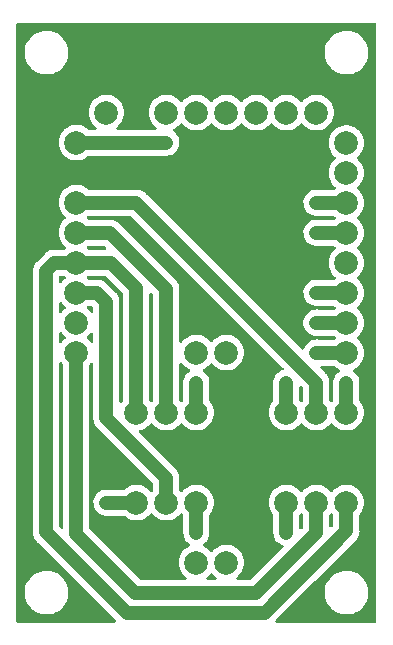
<source format=gbr>
%TF.GenerationSoftware,KiCad,Pcbnew,7.0.8*%
%TF.CreationDate,2023-10-30T13:37:48+01:00*%
%TF.ProjectId,chessbot,63686573-7362-46f7-942e-6b696361645f,rev?*%
%TF.SameCoordinates,Original*%
%TF.FileFunction,Copper,L2,Bot*%
%TF.FilePolarity,Positive*%
%FSLAX46Y46*%
G04 Gerber Fmt 4.6, Leading zero omitted, Abs format (unit mm)*
G04 Created by KiCad (PCBNEW 7.0.8) date 2023-10-30 13:37:48*
%MOMM*%
%LPD*%
G01*
G04 APERTURE LIST*
%TA.AperFunction,ComponentPad*%
%ADD10C,2.000000*%
%TD*%
%TA.AperFunction,ViaPad*%
%ADD11C,0.800000*%
%TD*%
%TA.AperFunction,Conductor*%
%ADD12C,1.200000*%
%TD*%
G04 APERTURE END LIST*
D10*
%TO.P,M2,1,Pin_1*%
%TO.N,Net-(L293D1-3Y)*%
X27940000Y-40640000D03*
%TO.P,M2,2,Pin_2*%
%TO.N,Net-(L293D1-4Y)*%
X30480000Y-40640000D03*
%TD*%
%TO.P,M1,1,Pin_1*%
%TO.N,Net-(L293D1-1Y)*%
X30480000Y-58420000D03*
%TO.P,M1,2,Pin_2*%
%TO.N,Net-(L293D1-2Y)*%
X27940000Y-58420000D03*
%TD*%
%TO.P,VCC_Flash1,1,Pin_1*%
%TO.N,Net-(BT-M1-+)*%
X20320000Y-20320000D03*
%TO.P,VCC_Flash1,2,Pin_2*%
%TO.N,GND*%
X22860000Y-20320000D03*
%TO.P,VCC_Flash1,3,Pin_3*%
%TO.N,Net-(BT-ESP1-+)*%
X25400000Y-20320000D03*
%TO.P,VCC_Flash1,4,Pin_4*%
%TO.N,Net-(Conn_ESP1-Pin_8)*%
X27940000Y-20320000D03*
%TO.P,VCC_Flash1,5,Pin_5*%
%TO.N,Net-(Conn_ESP1-Pin_7)*%
X30480000Y-20320000D03*
%TO.P,VCC_Flash1,6,Pin_6*%
%TO.N,Net-(Conn_ESP1-Pin_6)*%
X33020000Y-20320000D03*
%TO.P,VCC_Flash1,7,Pin_7*%
%TO.N,Net-(Conn_ESP1-Pin_4)*%
X35560000Y-20320000D03*
%TO.P,VCC_Flash1,8,Pin_8*%
%TO.N,Net-(Conn_ESP1-Pin_3)*%
X38100000Y-20320000D03*
%TD*%
%TO.P,L293D1,1,EN1\u002C2*%
%TO.N,Net-(Conn_ESP2-Pin_4)*%
X40640000Y-53340000D03*
%TO.P,L293D1,2,1A*%
%TO.N,Net-(Conn_ESP2-Pin_1)*%
X38100000Y-53340000D03*
%TO.P,L293D1,3,1Y*%
%TO.N,Net-(L293D1-1Y)*%
X35560000Y-53340000D03*
%TO.P,L293D1,4,GND*%
%TO.N,GND*%
X33020000Y-53340000D03*
%TO.P,L293D1,5,GND*%
X30480000Y-53340000D03*
%TO.P,L293D1,6,2Y*%
%TO.N,Net-(L293D1-2Y)*%
X27940000Y-53340000D03*
%TO.P,L293D1,7,2A*%
%TO.N,Net-(Conn_ESP2-Pin_3)*%
X25400000Y-53340000D03*
%TO.P,L293D1,8,VCC2*%
%TO.N,Net-(BT-M1-+)*%
X22860000Y-53340000D03*
%TO.P,L293D1,9,EN3\u002C4*%
%TO.N,Net-(Conn_ESP2-Pin_4)*%
X22860000Y-45720000D03*
%TO.P,L293D1,10,3A*%
%TO.N,Net-(Conn_ESP2-Pin_5)*%
X25400000Y-45720000D03*
%TO.P,L293D1,11,3Y*%
%TO.N,Net-(L293D1-3Y)*%
X27940000Y-45720000D03*
%TO.P,L293D1,12,GND*%
%TO.N,GND*%
X30480000Y-45720000D03*
%TO.P,L293D1,13,GND*%
X33020000Y-45720000D03*
%TO.P,L293D1,14,4Y*%
%TO.N,Net-(L293D1-4Y)*%
X35560000Y-45720000D03*
%TO.P,L293D1,15,4A*%
%TO.N,Net-(Conn_ESP2-Pin_6)*%
X38100000Y-45720000D03*
%TO.P,L293D1,16,VCC1*%
%TO.N,Net-(BT-ESP1-+)*%
X40640000Y-45720000D03*
%TD*%
%TO.P,Conn_ESP2,1,Pin_1*%
%TO.N,Net-(Conn_ESP2-Pin_1)*%
X17780000Y-40640000D03*
%TO.P,Conn_ESP2,2,Pin_2*%
%TO.N,Net-(Conn_ESP2-Pin_2)*%
X17780000Y-38100000D03*
%TO.P,Conn_ESP2,3,Pin_3*%
%TO.N,Net-(Conn_ESP2-Pin_3)*%
X17780000Y-35560000D03*
%TO.P,Conn_ESP2,4,Pin_4*%
%TO.N,Net-(Conn_ESP2-Pin_4)*%
X17780000Y-33020000D03*
%TO.P,Conn_ESP2,5,Pin_5*%
%TO.N,Net-(Conn_ESP2-Pin_5)*%
X17780000Y-30480000D03*
%TO.P,Conn_ESP2,6,Pin_6*%
%TO.N,Net-(Conn_ESP2-Pin_6)*%
X17780000Y-27940000D03*
%TO.P,Conn_ESP2,7,Pin_7*%
%TO.N,GND*%
X17780000Y-25400000D03*
%TO.P,Conn_ESP2,8,Pin_8*%
%TO.N,Net-(BT-ESP1-+)*%
X17780000Y-22860000D03*
%TD*%
%TO.P,Conn_ESP1,1,Pin_1*%
%TO.N,unconnected-(Conn_ESP1-Pin_1-Pad1)*%
X40640000Y-22890000D03*
%TO.P,Conn_ESP1,2,Pin_2*%
%TO.N,unconnected-(Conn_ESP1-Pin_2-Pad2)*%
X40640000Y-25430000D03*
%TO.P,Conn_ESP1,3,Pin_3*%
%TO.N,Net-(Conn_ESP1-Pin_3)*%
X40640000Y-27970000D03*
%TO.P,Conn_ESP1,4,Pin_4*%
%TO.N,Net-(Conn_ESP1-Pin_4)*%
X40640000Y-30510000D03*
%TO.P,Conn_ESP1,5,Pin_5*%
%TO.N,unconnected-(Conn_ESP1-Pin_5-Pad5)*%
X40640000Y-33050000D03*
%TO.P,Conn_ESP1,6,Pin_6*%
%TO.N,Net-(Conn_ESP1-Pin_6)*%
X40640000Y-35590000D03*
%TO.P,Conn_ESP1,7,Pin_7*%
%TO.N,Net-(Conn_ESP1-Pin_7)*%
X40640000Y-38130000D03*
%TO.P,Conn_ESP1,8,Pin_8*%
%TO.N,Net-(Conn_ESP1-Pin_8)*%
X40640000Y-40670000D03*
%TD*%
D11*
%TO.N,GND*%
X22860000Y-15240000D03*
%TO.N,Net-(Conn_ESP1-Pin_6)*%
X38100000Y-35560000D03*
%TO.N,Net-(Conn_ESP1-Pin_7)*%
X38100000Y-38100000D03*
%TO.N,Net-(Conn_ESP1-Pin_3)*%
X38100000Y-27940000D03*
%TO.N,Net-(Conn_ESP1-Pin_4)*%
X38100000Y-30480000D03*
%TO.N,Net-(Conn_ESP1-Pin_8)*%
X38100000Y-40640000D03*
%TO.N,Net-(BT-ESP1-+)*%
X40640000Y-43180000D03*
X25400000Y-22860000D03*
%TO.N,Net-(BT-M1-+)*%
X20320000Y-53340000D03*
%TO.N,Net-(L293D1-4Y)*%
X35560000Y-43180000D03*
%TO.N,Net-(L293D1-3Y)*%
X27940000Y-43180000D03*
%TO.N,Net-(L293D1-2Y)*%
X27940000Y-55880000D03*
%TO.N,Net-(L293D1-1Y)*%
X35560000Y-55880000D03*
%TD*%
D12*
%TO.N,Net-(BT-ESP1-+)*%
X17780000Y-22860000D02*
X25400000Y-22860000D01*
%TO.N,Net-(Conn_ESP2-Pin_6)*%
X17780000Y-27940000D02*
X22860000Y-27940000D01*
X38100000Y-43180000D02*
X38100000Y-45720000D01*
X22860000Y-27940000D02*
X38100000Y-43180000D01*
%TO.N,Net-(Conn_ESP2-Pin_1)*%
X38100000Y-53340000D02*
X38100000Y-55880000D01*
X33020000Y-60960000D02*
X22724164Y-60960000D01*
X38100000Y-55880000D02*
X33020000Y-60960000D01*
X22724164Y-60960000D02*
X17780000Y-56015836D01*
X17780000Y-56015836D02*
X17780000Y-40640000D01*
%TO.N,Net-(Conn_ESP2-Pin_3)*%
X17780000Y-35560000D02*
X19536355Y-35560000D01*
X19536355Y-35560000D02*
X20320000Y-36343645D01*
X20320000Y-36343645D02*
X20320000Y-46213492D01*
X20320000Y-46213492D02*
X25400000Y-51293492D01*
X25400000Y-51293492D02*
X25400000Y-53340000D01*
%TO.N,Net-(Conn_ESP2-Pin_4)*%
X17780000Y-33020000D02*
X15902718Y-33020000D01*
X33724164Y-62660000D02*
X40640000Y-55744164D01*
X15902718Y-33020000D02*
X15220000Y-33702718D01*
X15220000Y-33702718D02*
X15220000Y-55859999D01*
X15220000Y-55859999D02*
X22020000Y-62660000D01*
X22020000Y-62660000D02*
X33724164Y-62660000D01*
X40640000Y-55744164D02*
X40640000Y-53340000D01*
%TO.N,Net-(BT-M1-+)*%
X22860000Y-53340000D02*
X20320000Y-53340000D01*
%TO.N,Net-(Conn_ESP2-Pin_5)*%
X25400000Y-45720000D02*
X25400000Y-35277156D01*
X25400000Y-35277156D02*
X20602844Y-30480000D01*
X20602844Y-30480000D02*
X17780000Y-30480000D01*
%TO.N,Net-(Conn_ESP2-Pin_4)*%
X22860000Y-45720000D02*
X22860000Y-35141320D01*
X22860000Y-35141320D02*
X20738680Y-33020000D01*
X20738680Y-33020000D02*
X17780000Y-33020000D01*
%TO.N,Net-(Conn_ESP1-Pin_6)*%
X40640000Y-35590000D02*
X38100000Y-35560000D01*
%TO.N,Net-(Conn_ESP1-Pin_7)*%
X40640000Y-38130000D02*
X38130000Y-38130000D01*
X38130000Y-38130000D02*
X38100000Y-38100000D01*
%TO.N,Net-(Conn_ESP1-Pin_3)*%
X40640000Y-27970000D02*
X38100000Y-27940000D01*
%TO.N,Net-(Conn_ESP1-Pin_4)*%
X40640000Y-30510000D02*
X38100000Y-30480000D01*
%TO.N,Net-(Conn_ESP1-Pin_8)*%
X40640000Y-40670000D02*
X38130000Y-40670000D01*
X38130000Y-40670000D02*
X38100000Y-40640000D01*
%TO.N,Net-(BT-ESP1-+)*%
X40640000Y-45720000D02*
X40640000Y-43180000D01*
%TO.N,Net-(L293D1-4Y)*%
X35560000Y-45720000D02*
X35560000Y-43180000D01*
%TO.N,Net-(L293D1-3Y)*%
X27940000Y-45720000D02*
X27940000Y-43180000D01*
%TO.N,Net-(L293D1-2Y)*%
X27940000Y-53340000D02*
X27940000Y-55880000D01*
%TO.N,Net-(L293D1-1Y)*%
X35560000Y-53340000D02*
X35560000Y-55880000D01*
%TD*%
%TA.AperFunction,Conductor*%
%TO.N,GND*%
G36*
X43123039Y-12719685D02*
G01*
X43168794Y-12772489D01*
X43180000Y-12824000D01*
X43180000Y-63376000D01*
X43160315Y-63443039D01*
X43107511Y-63488794D01*
X43056000Y-63500000D01*
X34739867Y-63500000D01*
X34672828Y-63480315D01*
X34627073Y-63427511D01*
X34617129Y-63358353D01*
X34646154Y-63294797D01*
X34652186Y-63288319D01*
X36912742Y-61027763D01*
X38785787Y-61027763D01*
X38815413Y-61297013D01*
X38815415Y-61297024D01*
X38883926Y-61559082D01*
X38883928Y-61559088D01*
X38989870Y-61808390D01*
X39061998Y-61926575D01*
X39130979Y-62039605D01*
X39130986Y-62039615D01*
X39304253Y-62247819D01*
X39304259Y-62247824D01*
X39505998Y-62428582D01*
X39731910Y-62578044D01*
X39977176Y-62693020D01*
X39977183Y-62693022D01*
X39977185Y-62693023D01*
X40236557Y-62771057D01*
X40236564Y-62771058D01*
X40236569Y-62771060D01*
X40504561Y-62810500D01*
X40504566Y-62810500D01*
X40707636Y-62810500D01*
X40759133Y-62806730D01*
X40910156Y-62795677D01*
X41022758Y-62770593D01*
X41174546Y-62736782D01*
X41174548Y-62736781D01*
X41174553Y-62736780D01*
X41427558Y-62640014D01*
X41663777Y-62507441D01*
X41878177Y-62341888D01*
X42066186Y-62146881D01*
X42223799Y-61926579D01*
X42297787Y-61782669D01*
X42347649Y-61685690D01*
X42347651Y-61685684D01*
X42347656Y-61685675D01*
X42435118Y-61429305D01*
X42484319Y-61162933D01*
X42494212Y-60892235D01*
X42464586Y-60622982D01*
X42396072Y-60360912D01*
X42290130Y-60111610D01*
X42149018Y-59880390D01*
X42129275Y-59856666D01*
X41975746Y-59672180D01*
X41975740Y-59672175D01*
X41774002Y-59491418D01*
X41548092Y-59341957D01*
X41499118Y-59318999D01*
X41302824Y-59226980D01*
X41302819Y-59226978D01*
X41302814Y-59226976D01*
X41043442Y-59148942D01*
X41043428Y-59148939D01*
X40927791Y-59131921D01*
X40775439Y-59109500D01*
X40572369Y-59109500D01*
X40572364Y-59109500D01*
X40369844Y-59124323D01*
X40369831Y-59124325D01*
X40105453Y-59183217D01*
X40105446Y-59183220D01*
X39852439Y-59279987D01*
X39616226Y-59412557D01*
X39401822Y-59578112D01*
X39213822Y-59773109D01*
X39213816Y-59773116D01*
X39056202Y-59993419D01*
X39056199Y-59993424D01*
X38932350Y-60234309D01*
X38932343Y-60234327D01*
X38844884Y-60490685D01*
X38844881Y-60490699D01*
X38795681Y-60757068D01*
X38795680Y-60757075D01*
X38785787Y-61027763D01*
X36912742Y-61027763D01*
X37947086Y-59993419D01*
X41345879Y-56594625D01*
X41361631Y-56581302D01*
X41363952Y-56579650D01*
X41427427Y-56513078D01*
X41455241Y-56485265D01*
X41462203Y-56476831D01*
X41465107Y-56473559D01*
X41508986Y-56427542D01*
X41528358Y-56397397D01*
X41532701Y-56391450D01*
X41555524Y-56363809D01*
X41585996Y-56307999D01*
X41588238Y-56304222D01*
X41622613Y-56250736D01*
X41635932Y-56217465D01*
X41639069Y-56210804D01*
X41656247Y-56179347D01*
X41675613Y-56118760D01*
X41677081Y-56114677D01*
X41700725Y-56055621D01*
X41707507Y-56020428D01*
X41709328Y-56013293D01*
X41720242Y-55979156D01*
X41727792Y-55915997D01*
X41728464Y-55911692D01*
X41740500Y-55849249D01*
X41740500Y-55813412D01*
X41740939Y-55806046D01*
X41741602Y-55800498D01*
X41745192Y-55770473D01*
X41740657Y-55707071D01*
X41740500Y-55702649D01*
X41740500Y-54408398D01*
X41760185Y-54341359D01*
X41773271Y-54324415D01*
X41828163Y-54264786D01*
X41828164Y-54264785D01*
X41964173Y-54056607D01*
X42064063Y-53828881D01*
X42125108Y-53587821D01*
X42125109Y-53587812D01*
X42145643Y-53340005D01*
X42145643Y-53339994D01*
X42125109Y-53092187D01*
X42125107Y-53092175D01*
X42064063Y-52851118D01*
X41964173Y-52623393D01*
X41828166Y-52415217D01*
X41773268Y-52355582D01*
X41659744Y-52232262D01*
X41463509Y-52079526D01*
X41463507Y-52079525D01*
X41463506Y-52079524D01*
X41244811Y-51961172D01*
X41244802Y-51961169D01*
X41009616Y-51880429D01*
X40764335Y-51839500D01*
X40515665Y-51839500D01*
X40270383Y-51880429D01*
X40035197Y-51961169D01*
X40035188Y-51961172D01*
X39816493Y-52079524D01*
X39620257Y-52232261D01*
X39461230Y-52405010D01*
X39401342Y-52441001D01*
X39331504Y-52438900D01*
X39278770Y-52405010D01*
X39217672Y-52338640D01*
X39119744Y-52232262D01*
X38923509Y-52079526D01*
X38923507Y-52079525D01*
X38923506Y-52079524D01*
X38704811Y-51961172D01*
X38704802Y-51961169D01*
X38469616Y-51880429D01*
X38224335Y-51839500D01*
X37975665Y-51839500D01*
X37730383Y-51880429D01*
X37495197Y-51961169D01*
X37495188Y-51961172D01*
X37276493Y-52079524D01*
X37080257Y-52232261D01*
X36921230Y-52405010D01*
X36861342Y-52441001D01*
X36791504Y-52438900D01*
X36738770Y-52405010D01*
X36677672Y-52338640D01*
X36579744Y-52232262D01*
X36383509Y-52079526D01*
X36383507Y-52079525D01*
X36383506Y-52079524D01*
X36164811Y-51961172D01*
X36164802Y-51961169D01*
X35929616Y-51880429D01*
X35684335Y-51839500D01*
X35435665Y-51839500D01*
X35190383Y-51880429D01*
X34955197Y-51961169D01*
X34955188Y-51961172D01*
X34736493Y-52079524D01*
X34540257Y-52232261D01*
X34371833Y-52415217D01*
X34235826Y-52623393D01*
X34135936Y-52851118D01*
X34074892Y-53092175D01*
X34074890Y-53092187D01*
X34054357Y-53339994D01*
X34054357Y-53340005D01*
X34074890Y-53587812D01*
X34074892Y-53587824D01*
X34135936Y-53828881D01*
X34235826Y-54056606D01*
X34371836Y-54264786D01*
X34426729Y-54324415D01*
X34457652Y-54387069D01*
X34459500Y-54408398D01*
X34459500Y-55932425D01*
X34472562Y-56069216D01*
X34474472Y-56089217D01*
X34474473Y-56089221D01*
X34521897Y-56250734D01*
X34533684Y-56290875D01*
X34601562Y-56422540D01*
X34629991Y-56477686D01*
X34759905Y-56642883D01*
X34759909Y-56642887D01*
X34918746Y-56780521D01*
X35100752Y-56885602D01*
X35100753Y-56885602D01*
X35100756Y-56885604D01*
X35213728Y-56924704D01*
X35238420Y-56933250D01*
X35295335Y-56973778D01*
X35321303Y-57038643D01*
X35308080Y-57107250D01*
X35285545Y-57138111D01*
X32600477Y-59823181D01*
X32539154Y-59856666D01*
X32512796Y-59859500D01*
X31434695Y-59859500D01*
X31367656Y-59839815D01*
X31321901Y-59787011D01*
X31311957Y-59717853D01*
X31340982Y-59654297D01*
X31358526Y-59637651D01*
X31499744Y-59527738D01*
X31668164Y-59344785D01*
X31804173Y-59136607D01*
X31904063Y-58908881D01*
X31965108Y-58667821D01*
X31985643Y-58420000D01*
X31965108Y-58172179D01*
X31904063Y-57931119D01*
X31804173Y-57703393D01*
X31685011Y-57521001D01*
X31668166Y-57495217D01*
X31646557Y-57471744D01*
X31499744Y-57312262D01*
X31303509Y-57159526D01*
X31303507Y-57159525D01*
X31303506Y-57159524D01*
X31084811Y-57041172D01*
X31084802Y-57041169D01*
X30849616Y-56960429D01*
X30604335Y-56919500D01*
X30355665Y-56919500D01*
X30110383Y-56960429D01*
X29875197Y-57041169D01*
X29875188Y-57041172D01*
X29656493Y-57159524D01*
X29460257Y-57312261D01*
X29301230Y-57485010D01*
X29241342Y-57521001D01*
X29171504Y-57518900D01*
X29118770Y-57485010D01*
X29079108Y-57441926D01*
X28959744Y-57312262D01*
X28763509Y-57159526D01*
X28763507Y-57159525D01*
X28763506Y-57159524D01*
X28544811Y-57041172D01*
X28544798Y-57041167D01*
X28544789Y-57041164D01*
X28544785Y-57041161D01*
X28540115Y-57039113D01*
X28540536Y-57038151D01*
X28487778Y-57000773D01*
X28461654Y-56935970D01*
X28474712Y-56867332D01*
X28513135Y-56822881D01*
X28663952Y-56715486D01*
X28733179Y-56642883D01*
X28808985Y-56563379D01*
X28842499Y-56511231D01*
X28922613Y-56386572D01*
X29000725Y-56191457D01*
X29040500Y-55985085D01*
X29040500Y-54408398D01*
X29060185Y-54341359D01*
X29073271Y-54324415D01*
X29128163Y-54264786D01*
X29128164Y-54264785D01*
X29264173Y-54056607D01*
X29364063Y-53828881D01*
X29425108Y-53587821D01*
X29425109Y-53587812D01*
X29445643Y-53340005D01*
X29445643Y-53339994D01*
X29425109Y-53092187D01*
X29425107Y-53092175D01*
X29364063Y-52851118D01*
X29264173Y-52623393D01*
X29128166Y-52415217D01*
X29073268Y-52355582D01*
X28959744Y-52232262D01*
X28763509Y-52079526D01*
X28763507Y-52079525D01*
X28763506Y-52079524D01*
X28544811Y-51961172D01*
X28544802Y-51961169D01*
X28309616Y-51880429D01*
X28064335Y-51839500D01*
X27815665Y-51839500D01*
X27570383Y-51880429D01*
X27335197Y-51961169D01*
X27335188Y-51961172D01*
X27116493Y-52079524D01*
X26920255Y-52232262D01*
X26920252Y-52232265D01*
X26761228Y-52405011D01*
X26701341Y-52441002D01*
X26631503Y-52438901D01*
X26578769Y-52405010D01*
X26555775Y-52380031D01*
X26533269Y-52355582D01*
X26502348Y-52292927D01*
X26500500Y-52271601D01*
X26500500Y-51395730D01*
X26502218Y-51375163D01*
X26502687Y-51372369D01*
X26502689Y-51372359D01*
X26500500Y-51280408D01*
X26500500Y-51241067D01*
X26499462Y-51230200D01*
X26499199Y-51225790D01*
X26497687Y-51162247D01*
X26490070Y-51127238D01*
X26488933Y-51119944D01*
X26485528Y-51084274D01*
X26467613Y-51023264D01*
X26466524Y-51018995D01*
X26453013Y-50956880D01*
X26438901Y-50923926D01*
X26436411Y-50916999D01*
X26426316Y-50882617D01*
X26397183Y-50826108D01*
X26395303Y-50822117D01*
X26370279Y-50763680D01*
X26350193Y-50734004D01*
X26346435Y-50727669D01*
X26330013Y-50695813D01*
X26330011Y-50695810D01*
X26290715Y-50645843D01*
X26288103Y-50642266D01*
X26252479Y-50589630D01*
X26252477Y-50589627D01*
X26227130Y-50564280D01*
X26222245Y-50558775D01*
X26200092Y-50530606D01*
X26152048Y-50488975D01*
X26148808Y-50485958D01*
X23068131Y-47405281D01*
X23034646Y-47343958D01*
X23039630Y-47274266D01*
X23081502Y-47218333D01*
X23135401Y-47195291D01*
X23229614Y-47179571D01*
X23464810Y-47098828D01*
X23683509Y-46980474D01*
X23879744Y-46827738D01*
X24038771Y-46654988D01*
X24098657Y-46618999D01*
X24168495Y-46621099D01*
X24221228Y-46654988D01*
X24380256Y-46827738D01*
X24576491Y-46980474D01*
X24795190Y-47098828D01*
X25030386Y-47179571D01*
X25275665Y-47220500D01*
X25524335Y-47220500D01*
X25769614Y-47179571D01*
X26004810Y-47098828D01*
X26223509Y-46980474D01*
X26419744Y-46827738D01*
X26578771Y-46654988D01*
X26638657Y-46618999D01*
X26708495Y-46621099D01*
X26761228Y-46654988D01*
X26920256Y-46827738D01*
X27116491Y-46980474D01*
X27335190Y-47098828D01*
X27570386Y-47179571D01*
X27815665Y-47220500D01*
X28064335Y-47220500D01*
X28309614Y-47179571D01*
X28544810Y-47098828D01*
X28763509Y-46980474D01*
X28959744Y-46827738D01*
X29128164Y-46644785D01*
X29264173Y-46436607D01*
X29364063Y-46208881D01*
X29425108Y-45967821D01*
X29445643Y-45720000D01*
X29425108Y-45472179D01*
X29364063Y-45231119D01*
X29264173Y-45003393D01*
X29128164Y-44795215D01*
X29098880Y-44763404D01*
X29073269Y-44735582D01*
X29042348Y-44672927D01*
X29040500Y-44651600D01*
X29040500Y-43127580D01*
X29040500Y-43127575D01*
X29025528Y-42970782D01*
X28966316Y-42769125D01*
X28870011Y-42582318D01*
X28870009Y-42582316D01*
X28870008Y-42582313D01*
X28740094Y-42417116D01*
X28740090Y-42417112D01*
X28581253Y-42279478D01*
X28520475Y-42244388D01*
X28472259Y-42193821D01*
X28459037Y-42125214D01*
X28485005Y-42060349D01*
X28540188Y-42021053D01*
X28540115Y-42020887D01*
X28540914Y-42020536D01*
X28541919Y-42019821D01*
X28542066Y-42019769D01*
X28544810Y-42018828D01*
X28763509Y-41900474D01*
X28959744Y-41747738D01*
X29118771Y-41574988D01*
X29178657Y-41538999D01*
X29248495Y-41541099D01*
X29301228Y-41574988D01*
X29460256Y-41747738D01*
X29656491Y-41900474D01*
X29875190Y-42018828D01*
X30110386Y-42099571D01*
X30355665Y-42140500D01*
X30604335Y-42140500D01*
X30849614Y-42099571D01*
X31084810Y-42018828D01*
X31303509Y-41900474D01*
X31499744Y-41747738D01*
X31668164Y-41564785D01*
X31804173Y-41356607D01*
X31904063Y-41128881D01*
X31965108Y-40887821D01*
X31983157Y-40670005D01*
X31985643Y-40640005D01*
X31985643Y-40639994D01*
X31965109Y-40392187D01*
X31965107Y-40392175D01*
X31904063Y-40151118D01*
X31804173Y-39923393D01*
X31668166Y-39715217D01*
X31565968Y-39604201D01*
X31499744Y-39532262D01*
X31303509Y-39379526D01*
X31303507Y-39379525D01*
X31303506Y-39379524D01*
X31084811Y-39261172D01*
X31084802Y-39261169D01*
X30849616Y-39180429D01*
X30604335Y-39139500D01*
X30355665Y-39139500D01*
X30110383Y-39180429D01*
X29875197Y-39261169D01*
X29875188Y-39261172D01*
X29656493Y-39379524D01*
X29460257Y-39532261D01*
X29301230Y-39705010D01*
X29241342Y-39741001D01*
X29171504Y-39738900D01*
X29118770Y-39705010D01*
X29025968Y-39604201D01*
X28959744Y-39532262D01*
X28763509Y-39379526D01*
X28763507Y-39379525D01*
X28763506Y-39379524D01*
X28544811Y-39261172D01*
X28544802Y-39261169D01*
X28309616Y-39180429D01*
X28064335Y-39139500D01*
X27815665Y-39139500D01*
X27570383Y-39180429D01*
X27335197Y-39261169D01*
X27335188Y-39261172D01*
X27116493Y-39379524D01*
X26964463Y-39497854D01*
X26920256Y-39532262D01*
X26751836Y-39715215D01*
X26728821Y-39750443D01*
X26728309Y-39751226D01*
X26675162Y-39796582D01*
X26605931Y-39806006D01*
X26542595Y-39776504D01*
X26505264Y-39717443D01*
X26500500Y-39683404D01*
X26500500Y-35379393D01*
X26502218Y-35358826D01*
X26502687Y-35356032D01*
X26502689Y-35356022D01*
X26500500Y-35264072D01*
X26500500Y-35224731D01*
X26499462Y-35213864D01*
X26499199Y-35209454D01*
X26497687Y-35145911D01*
X26490070Y-35110902D01*
X26488933Y-35103608D01*
X26485528Y-35067938D01*
X26467613Y-35006928D01*
X26466524Y-35002659D01*
X26453013Y-34940544D01*
X26438901Y-34907590D01*
X26436411Y-34900663D01*
X26426316Y-34866281D01*
X26426313Y-34866276D01*
X26426312Y-34866271D01*
X26397186Y-34809776D01*
X26395305Y-34805783D01*
X26370279Y-34747343D01*
X26370278Y-34747341D01*
X26370277Y-34747339D01*
X26370276Y-34747338D01*
X26350195Y-34717667D01*
X26346429Y-34711320D01*
X26330016Y-34679484D01*
X26330011Y-34679474D01*
X26290706Y-34629495D01*
X26288099Y-34625923D01*
X26278506Y-34611749D01*
X26252477Y-34573291D01*
X26227130Y-34547944D01*
X26222245Y-34542439D01*
X26200092Y-34514270D01*
X26174959Y-34492492D01*
X26152048Y-34472639D01*
X26148808Y-34469622D01*
X21453310Y-29774124D01*
X21439981Y-29758366D01*
X21438332Y-29756050D01*
X21438329Y-29756047D01*
X21371759Y-29692572D01*
X21357847Y-29678661D01*
X21343945Y-29664759D01*
X21343939Y-29664754D01*
X21343936Y-29664751D01*
X21335523Y-29657804D01*
X21332213Y-29654866D01*
X21286223Y-29611015D01*
X21286215Y-29611009D01*
X21256088Y-29591647D01*
X21250130Y-29587297D01*
X21222491Y-29564478D01*
X21222489Y-29564476D01*
X21166681Y-29534002D01*
X21162894Y-29531755D01*
X21142489Y-29518642D01*
X21109419Y-29497388D01*
X21109420Y-29497388D01*
X21076149Y-29484068D01*
X21069474Y-29480923D01*
X21038028Y-29463752D01*
X21038029Y-29463752D01*
X20977469Y-29444393D01*
X20973305Y-29442896D01*
X20914297Y-29419273D01*
X20879116Y-29412492D01*
X20871969Y-29410668D01*
X20837835Y-29399757D01*
X20774711Y-29392209D01*
X20770339Y-29391527D01*
X20727194Y-29383212D01*
X20707929Y-29379500D01*
X20707927Y-29379500D01*
X20672092Y-29379500D01*
X20664726Y-29379061D01*
X20629154Y-29374808D01*
X20629153Y-29374808D01*
X20565751Y-29379342D01*
X20561331Y-29379500D01*
X18851613Y-29379500D01*
X18784574Y-29359815D01*
X18775451Y-29353354D01*
X18716991Y-29307852D01*
X18676179Y-29251144D01*
X18672504Y-29181371D01*
X18707135Y-29120687D01*
X18716985Y-29112151D01*
X18775451Y-29066645D01*
X18840445Y-29041004D01*
X18851613Y-29040500D01*
X22352796Y-29040500D01*
X22419835Y-29060185D01*
X22440477Y-29076819D01*
X35284150Y-41920492D01*
X35317635Y-41981815D01*
X35312651Y-42051507D01*
X35270779Y-42107440D01*
X35225705Y-42128677D01*
X35198427Y-42135294D01*
X35198417Y-42135298D01*
X35007256Y-42222598D01*
X35007251Y-42222601D01*
X34836046Y-42344515D01*
X34836040Y-42344520D01*
X34691014Y-42496620D01*
X34577388Y-42673425D01*
X34499274Y-42868544D01*
X34459500Y-43074914D01*
X34459500Y-44651600D01*
X34439815Y-44718639D01*
X34426731Y-44735582D01*
X34371834Y-44795217D01*
X34235826Y-45003393D01*
X34135936Y-45231118D01*
X34074892Y-45472175D01*
X34074890Y-45472187D01*
X34054357Y-45719994D01*
X34054357Y-45720005D01*
X34074890Y-45967812D01*
X34074892Y-45967824D01*
X34135936Y-46208881D01*
X34235826Y-46436606D01*
X34371833Y-46644782D01*
X34371836Y-46644785D01*
X34540256Y-46827738D01*
X34736491Y-46980474D01*
X34955190Y-47098828D01*
X35190386Y-47179571D01*
X35435665Y-47220500D01*
X35684335Y-47220500D01*
X35929614Y-47179571D01*
X36164810Y-47098828D01*
X36383509Y-46980474D01*
X36579744Y-46827738D01*
X36738771Y-46654988D01*
X36798657Y-46618999D01*
X36868495Y-46621099D01*
X36921228Y-46654988D01*
X37080256Y-46827738D01*
X37276491Y-46980474D01*
X37495190Y-47098828D01*
X37730386Y-47179571D01*
X37975665Y-47220500D01*
X38224335Y-47220500D01*
X38469614Y-47179571D01*
X38704810Y-47098828D01*
X38923509Y-46980474D01*
X39119744Y-46827738D01*
X39278771Y-46654988D01*
X39338657Y-46618999D01*
X39408495Y-46621099D01*
X39461228Y-46654988D01*
X39620256Y-46827738D01*
X39816491Y-46980474D01*
X40035190Y-47098828D01*
X40270386Y-47179571D01*
X40515665Y-47220500D01*
X40764335Y-47220500D01*
X41009614Y-47179571D01*
X41244810Y-47098828D01*
X41463509Y-46980474D01*
X41659744Y-46827738D01*
X41828164Y-46644785D01*
X41964173Y-46436607D01*
X42064063Y-46208881D01*
X42125108Y-45967821D01*
X42145643Y-45720000D01*
X42125108Y-45472179D01*
X42064063Y-45231119D01*
X41964173Y-45003393D01*
X41828164Y-44795215D01*
X41798880Y-44763404D01*
X41773269Y-44735582D01*
X41742348Y-44672927D01*
X41740500Y-44651600D01*
X41740500Y-43127580D01*
X41740500Y-43127575D01*
X41725528Y-42970782D01*
X41666316Y-42769125D01*
X41570011Y-42582318D01*
X41570009Y-42582316D01*
X41570008Y-42582313D01*
X41440094Y-42417116D01*
X41440090Y-42417112D01*
X41281253Y-42279478D01*
X41249474Y-42261131D01*
X41201258Y-42210564D01*
X41188035Y-42141957D01*
X41214003Y-42077092D01*
X41252454Y-42044690D01*
X41463509Y-41930474D01*
X41659744Y-41777738D01*
X41828164Y-41594785D01*
X41964173Y-41386607D01*
X42064063Y-41158881D01*
X42125108Y-40917821D01*
X42145643Y-40670000D01*
X42143157Y-40640000D01*
X42125109Y-40422187D01*
X42125107Y-40422175D01*
X42064063Y-40181118D01*
X41964173Y-39953393D01*
X41828166Y-39745217D01*
X41771263Y-39683404D01*
X41659744Y-39562262D01*
X41576991Y-39497852D01*
X41536179Y-39441143D01*
X41532504Y-39371370D01*
X41567136Y-39310687D01*
X41576985Y-39302151D01*
X41659744Y-39237738D01*
X41828164Y-39054785D01*
X41964173Y-38846607D01*
X42064063Y-38618881D01*
X42125108Y-38377821D01*
X42145643Y-38130000D01*
X42136622Y-38021134D01*
X42125109Y-37882187D01*
X42125107Y-37882175D01*
X42064063Y-37641118D01*
X41964173Y-37413393D01*
X41828166Y-37205217D01*
X41771263Y-37143404D01*
X41659744Y-37022262D01*
X41576991Y-36957852D01*
X41536179Y-36901143D01*
X41532504Y-36831370D01*
X41567136Y-36770687D01*
X41576985Y-36762151D01*
X41659744Y-36697738D01*
X41828164Y-36514785D01*
X41964173Y-36306607D01*
X42064063Y-36078881D01*
X42125108Y-35837821D01*
X42132719Y-35745973D01*
X42145643Y-35590005D01*
X42145643Y-35589994D01*
X42125109Y-35342187D01*
X42125107Y-35342175D01*
X42064063Y-35101118D01*
X41964173Y-34873393D01*
X41828166Y-34665217D01*
X41789294Y-34622991D01*
X41659744Y-34482262D01*
X41576991Y-34417852D01*
X41536179Y-34361143D01*
X41532504Y-34291370D01*
X41567136Y-34230687D01*
X41576985Y-34222151D01*
X41659744Y-34157738D01*
X41828164Y-33974785D01*
X41964173Y-33766607D01*
X42064063Y-33538881D01*
X42125108Y-33297821D01*
X42133533Y-33196146D01*
X42145643Y-33050005D01*
X42145643Y-33049994D01*
X42125109Y-32802187D01*
X42125107Y-32802175D01*
X42064063Y-32561118D01*
X41964173Y-32333393D01*
X41828166Y-32125217D01*
X41777153Y-32069802D01*
X41659744Y-31942262D01*
X41576991Y-31877852D01*
X41536179Y-31821143D01*
X41532504Y-31751370D01*
X41567136Y-31690687D01*
X41576985Y-31682151D01*
X41659744Y-31617738D01*
X41828164Y-31434785D01*
X41964173Y-31226607D01*
X42064063Y-30998881D01*
X42125108Y-30757821D01*
X42127595Y-30727812D01*
X42145643Y-30510005D01*
X42145643Y-30509994D01*
X42125109Y-30262187D01*
X42125107Y-30262175D01*
X42064063Y-30021118D01*
X41964173Y-29793393D01*
X41828166Y-29585217D01*
X41789294Y-29542991D01*
X41659744Y-29402262D01*
X41576991Y-29337852D01*
X41536179Y-29281143D01*
X41532504Y-29211370D01*
X41567136Y-29150687D01*
X41576985Y-29142151D01*
X41659744Y-29077738D01*
X41828164Y-28894785D01*
X41964173Y-28686607D01*
X42064063Y-28458881D01*
X42125108Y-28217821D01*
X42127595Y-28187812D01*
X42145643Y-27970005D01*
X42145643Y-27969994D01*
X42125109Y-27722187D01*
X42125107Y-27722175D01*
X42064063Y-27481118D01*
X41964173Y-27253393D01*
X41828166Y-27045217D01*
X41789294Y-27002991D01*
X41659744Y-26862262D01*
X41576991Y-26797852D01*
X41536179Y-26741143D01*
X41532504Y-26671370D01*
X41567136Y-26610687D01*
X41576985Y-26602151D01*
X41659744Y-26537738D01*
X41828164Y-26354785D01*
X41964173Y-26146607D01*
X42064063Y-25918881D01*
X42125108Y-25677821D01*
X42145643Y-25430000D01*
X42125108Y-25182179D01*
X42064063Y-24941119D01*
X41964173Y-24713393D01*
X41828166Y-24505217D01*
X41806557Y-24481744D01*
X41659744Y-24322262D01*
X41576991Y-24257852D01*
X41536179Y-24201143D01*
X41532504Y-24131370D01*
X41567136Y-24070687D01*
X41576985Y-24062151D01*
X41659744Y-23997738D01*
X41828164Y-23814785D01*
X41964173Y-23606607D01*
X42064063Y-23378881D01*
X42125108Y-23137821D01*
X42126532Y-23120634D01*
X42145643Y-22890005D01*
X42145643Y-22889994D01*
X42125109Y-22642187D01*
X42125107Y-22642175D01*
X42064063Y-22401118D01*
X41964173Y-22173393D01*
X41828166Y-21965217D01*
X41787856Y-21921429D01*
X41659744Y-21782262D01*
X41463509Y-21629526D01*
X41463507Y-21629525D01*
X41463506Y-21629524D01*
X41244811Y-21511172D01*
X41244802Y-21511169D01*
X41009616Y-21430429D01*
X40764335Y-21389500D01*
X40515665Y-21389500D01*
X40270383Y-21430429D01*
X40035197Y-21511169D01*
X40035188Y-21511172D01*
X39816493Y-21629524D01*
X39620257Y-21782261D01*
X39451833Y-21965217D01*
X39315826Y-22173393D01*
X39215936Y-22401118D01*
X39154892Y-22642175D01*
X39154890Y-22642187D01*
X39134357Y-22889994D01*
X39134357Y-22890005D01*
X39154890Y-23137812D01*
X39154892Y-23137824D01*
X39215936Y-23378881D01*
X39315826Y-23606606D01*
X39451833Y-23814782D01*
X39451836Y-23814785D01*
X39620256Y-23997738D01*
X39703008Y-24062147D01*
X39743821Y-24118857D01*
X39747496Y-24188630D01*
X39712864Y-24249313D01*
X39703014Y-24257848D01*
X39644400Y-24303469D01*
X39620257Y-24322261D01*
X39451833Y-24505217D01*
X39315826Y-24713393D01*
X39215936Y-24941118D01*
X39154892Y-25182175D01*
X39154890Y-25182187D01*
X39134357Y-25429994D01*
X39134357Y-25430005D01*
X39154890Y-25677812D01*
X39154892Y-25677824D01*
X39215936Y-25918881D01*
X39315826Y-26146606D01*
X39451833Y-26354782D01*
X39451836Y-26354785D01*
X39620256Y-26537738D01*
X39703008Y-26602146D01*
X39743820Y-26658856D01*
X39747495Y-26728629D01*
X39712864Y-26789312D01*
X39703007Y-26797853D01*
X39660674Y-26830802D01*
X39595680Y-26856444D01*
X39583048Y-26856939D01*
X38060585Y-26838957D01*
X38060565Y-26838958D01*
X37903619Y-26852076D01*
X37903609Y-26852078D01*
X37701272Y-26908903D01*
X37513349Y-27002991D01*
X37513343Y-27002994D01*
X37346613Y-27130956D01*
X37207119Y-27288149D01*
X37099890Y-27468911D01*
X37028809Y-27666694D01*
X36996444Y-27874354D01*
X36996444Y-27874358D01*
X37003964Y-28084399D01*
X37003965Y-28084402D01*
X37051096Y-28289207D01*
X37136140Y-28481402D01*
X37136145Y-28481410D01*
X37256018Y-28654030D01*
X37256021Y-28654033D01*
X37256022Y-28654034D01*
X37406407Y-28800855D01*
X37581858Y-28916562D01*
X37776037Y-28996973D01*
X37981925Y-29039182D01*
X39553450Y-29057743D01*
X39620253Y-29078218D01*
X39628148Y-29083881D01*
X39703007Y-29142146D01*
X39743820Y-29198856D01*
X39747495Y-29268629D01*
X39712863Y-29329312D01*
X39703007Y-29337853D01*
X39660674Y-29370802D01*
X39595680Y-29396444D01*
X39583048Y-29396939D01*
X38060585Y-29378957D01*
X38060565Y-29378958D01*
X37903619Y-29392076D01*
X37903609Y-29392078D01*
X37701272Y-29448903D01*
X37513349Y-29542991D01*
X37513343Y-29542994D01*
X37346613Y-29670956D01*
X37207119Y-29828149D01*
X37099890Y-30008911D01*
X37028809Y-30206694D01*
X36996444Y-30414354D01*
X36996444Y-30414358D01*
X37003964Y-30624399D01*
X37003965Y-30624402D01*
X37051096Y-30829207D01*
X37136140Y-31021402D01*
X37136145Y-31021410D01*
X37256018Y-31194030D01*
X37256021Y-31194033D01*
X37256022Y-31194034D01*
X37406407Y-31340855D01*
X37581858Y-31456562D01*
X37776037Y-31536973D01*
X37981925Y-31579182D01*
X39553450Y-31597743D01*
X39620253Y-31618218D01*
X39628138Y-31623873D01*
X39703010Y-31682148D01*
X39743821Y-31738855D01*
X39747496Y-31808628D01*
X39712865Y-31869312D01*
X39703009Y-31877852D01*
X39620258Y-31942260D01*
X39451833Y-32125217D01*
X39315826Y-32333393D01*
X39215936Y-32561118D01*
X39154892Y-32802175D01*
X39154890Y-32802187D01*
X39134357Y-33049994D01*
X39134357Y-33050005D01*
X39154890Y-33297812D01*
X39154892Y-33297824D01*
X39215936Y-33538881D01*
X39315826Y-33766606D01*
X39451833Y-33974782D01*
X39451836Y-33974785D01*
X39620256Y-34157738D01*
X39703008Y-34222146D01*
X39743820Y-34278856D01*
X39747495Y-34348629D01*
X39712864Y-34409312D01*
X39703007Y-34417853D01*
X39660674Y-34450802D01*
X39595680Y-34476444D01*
X39583048Y-34476939D01*
X38060585Y-34458957D01*
X38060565Y-34458958D01*
X37903619Y-34472076D01*
X37903609Y-34472078D01*
X37701272Y-34528903D01*
X37513349Y-34622991D01*
X37513343Y-34622994D01*
X37346613Y-34750956D01*
X37207119Y-34908149D01*
X37099890Y-35088911D01*
X37028809Y-35286694D01*
X36996444Y-35494354D01*
X36996444Y-35494358D01*
X37003964Y-35704399D01*
X37003965Y-35704402D01*
X37051096Y-35909207D01*
X37136140Y-36101402D01*
X37136145Y-36101410D01*
X37256018Y-36274030D01*
X37256021Y-36274033D01*
X37256022Y-36274034D01*
X37406407Y-36420855D01*
X37581858Y-36536562D01*
X37776037Y-36616973D01*
X37981925Y-36659182D01*
X39553450Y-36677743D01*
X39620253Y-36698218D01*
X39628138Y-36703873D01*
X39703010Y-36762148D01*
X39743821Y-36818855D01*
X39747496Y-36888628D01*
X39712865Y-36949312D01*
X39703009Y-36957852D01*
X39644550Y-37003353D01*
X39579556Y-37028996D01*
X39568387Y-37029500D01*
X38384805Y-37029500D01*
X38347048Y-37023612D01*
X38334992Y-37019758D01*
X38334989Y-37019757D01*
X38126309Y-36994808D01*
X37916679Y-37009799D01*
X37916669Y-37009800D01*
X37713664Y-37064196D01*
X37713652Y-37064201D01*
X37524622Y-37156026D01*
X37356366Y-37281982D01*
X37214995Y-37437496D01*
X37105611Y-37616951D01*
X37105608Y-37616959D01*
X37032163Y-37813872D01*
X37032161Y-37813881D01*
X36997312Y-38021124D01*
X36997311Y-38021132D01*
X37002313Y-38231245D01*
X37002314Y-38231253D01*
X37046984Y-38436602D01*
X37046987Y-38436613D01*
X37129719Y-38629809D01*
X37247517Y-38803858D01*
X37247525Y-38803867D01*
X37279533Y-38835875D01*
X37292858Y-38851627D01*
X37294514Y-38853952D01*
X37327799Y-38885689D01*
X37361084Y-38917427D01*
X37388904Y-38945246D01*
X37388906Y-38945247D01*
X37397321Y-38952196D01*
X37400627Y-38955130D01*
X37446622Y-38998986D01*
X37446624Y-38998987D01*
X37476766Y-39018358D01*
X37482726Y-39022711D01*
X37510352Y-39045521D01*
X37510353Y-39045521D01*
X37510355Y-39045523D01*
X37530632Y-39056595D01*
X37566140Y-39075984D01*
X37569947Y-39078243D01*
X37596714Y-39095445D01*
X37623428Y-39112613D01*
X37656691Y-39125929D01*
X37663369Y-39129075D01*
X37694817Y-39146247D01*
X37755390Y-39165609D01*
X37759506Y-39167089D01*
X37818543Y-39190725D01*
X37853729Y-39197506D01*
X37860874Y-39199330D01*
X37895008Y-39210242D01*
X37939912Y-39215610D01*
X37958123Y-39217788D01*
X37962497Y-39218469D01*
X38024915Y-39230500D01*
X38060752Y-39230500D01*
X38068118Y-39230939D01*
X38072118Y-39231417D01*
X38103691Y-39235192D01*
X38167086Y-39230657D01*
X38171509Y-39230500D01*
X39568387Y-39230500D01*
X39635426Y-39250185D01*
X39644548Y-39256645D01*
X39703008Y-39302147D01*
X39743821Y-39358856D01*
X39747496Y-39428629D01*
X39712865Y-39489313D01*
X39703014Y-39497848D01*
X39658801Y-39532261D01*
X39644549Y-39543354D01*
X39579555Y-39568996D01*
X39568387Y-39569500D01*
X38384805Y-39569500D01*
X38347048Y-39563612D01*
X38334992Y-39559758D01*
X38334989Y-39559757D01*
X38126309Y-39534808D01*
X37916679Y-39549799D01*
X37916669Y-39549800D01*
X37713664Y-39604196D01*
X37713652Y-39604201D01*
X37524622Y-39696026D01*
X37356366Y-39821982D01*
X37214995Y-39977496D01*
X37105611Y-40156951D01*
X37105608Y-40156959D01*
X37044731Y-40320178D01*
X37002859Y-40376112D01*
X36937395Y-40400529D01*
X36869122Y-40385677D01*
X36840868Y-40364526D01*
X23710466Y-27234124D01*
X23697137Y-27218366D01*
X23695488Y-27216050D01*
X23695485Y-27216047D01*
X23628915Y-27152572D01*
X23615003Y-27138661D01*
X23601101Y-27124759D01*
X23601095Y-27124754D01*
X23601092Y-27124751D01*
X23592679Y-27117804D01*
X23589369Y-27114866D01*
X23543379Y-27071015D01*
X23543371Y-27071009D01*
X23513244Y-27051647D01*
X23507286Y-27047297D01*
X23479647Y-27024478D01*
X23479645Y-27024476D01*
X23423837Y-26994002D01*
X23420050Y-26991755D01*
X23399645Y-26978642D01*
X23366575Y-26957388D01*
X23366576Y-26957388D01*
X23333305Y-26944068D01*
X23326630Y-26940923D01*
X23295184Y-26923752D01*
X23295185Y-26923752D01*
X23234625Y-26904393D01*
X23230461Y-26902896D01*
X23171453Y-26879273D01*
X23136272Y-26872492D01*
X23129125Y-26870668D01*
X23094991Y-26859757D01*
X23031867Y-26852209D01*
X23027495Y-26851527D01*
X22984350Y-26843212D01*
X22965085Y-26839500D01*
X22965083Y-26839500D01*
X22929248Y-26839500D01*
X22921882Y-26839061D01*
X22886310Y-26834808D01*
X22886309Y-26834808D01*
X22822907Y-26839342D01*
X22818487Y-26839500D01*
X18851613Y-26839500D01*
X18784574Y-26819815D01*
X18775451Y-26813354D01*
X18603506Y-26679524D01*
X18384811Y-26561172D01*
X18384802Y-26561169D01*
X18149616Y-26480429D01*
X17904335Y-26439500D01*
X17655665Y-26439500D01*
X17410383Y-26480429D01*
X17175197Y-26561169D01*
X17175188Y-26561172D01*
X16956493Y-26679524D01*
X16760257Y-26832261D01*
X16591833Y-27015217D01*
X16455826Y-27223393D01*
X16355936Y-27451118D01*
X16294892Y-27692175D01*
X16294890Y-27692187D01*
X16274357Y-27939994D01*
X16274357Y-27940005D01*
X16294890Y-28187812D01*
X16294892Y-28187824D01*
X16355936Y-28428881D01*
X16455826Y-28656606D01*
X16591833Y-28864782D01*
X16591836Y-28864785D01*
X16760256Y-29047738D01*
X16843008Y-29112147D01*
X16883821Y-29168857D01*
X16887496Y-29238630D01*
X16852864Y-29299313D01*
X16843014Y-29307848D01*
X16784549Y-29353354D01*
X16760257Y-29372261D01*
X16591833Y-29555217D01*
X16455826Y-29763393D01*
X16355936Y-29991118D01*
X16294892Y-30232175D01*
X16294890Y-30232187D01*
X16274357Y-30479994D01*
X16274357Y-30480005D01*
X16294890Y-30727812D01*
X16294892Y-30727824D01*
X16355936Y-30968881D01*
X16455826Y-31196606D01*
X16591833Y-31404782D01*
X16591836Y-31404785D01*
X16760256Y-31587738D01*
X16843008Y-31652147D01*
X16883821Y-31708857D01*
X16887496Y-31778630D01*
X16852864Y-31839313D01*
X16843014Y-31847848D01*
X16784549Y-31893354D01*
X16719555Y-31918996D01*
X16708387Y-31919500D01*
X16004955Y-31919500D01*
X15984391Y-31917783D01*
X15983463Y-31917626D01*
X15981586Y-31917311D01*
X15981584Y-31917311D01*
X15920284Y-31918770D01*
X15889633Y-31919500D01*
X15850293Y-31919500D01*
X15846627Y-31919849D01*
X15839430Y-31920536D01*
X15835018Y-31920799D01*
X15771468Y-31922313D01*
X15736454Y-31929929D01*
X15729165Y-31931066D01*
X15693504Y-31934471D01*
X15693500Y-31934471D01*
X15693500Y-31934472D01*
X15684824Y-31937019D01*
X15632510Y-31952379D01*
X15628222Y-31953474D01*
X15566112Y-31966985D01*
X15566099Y-31966989D01*
X15533159Y-31981095D01*
X15526224Y-31983587D01*
X15512460Y-31987629D01*
X15491847Y-31993682D01*
X15491837Y-31993686D01*
X15435335Y-32022814D01*
X15431332Y-32024700D01*
X15372911Y-32049717D01*
X15372902Y-32049722D01*
X15343233Y-32069802D01*
X15336891Y-32073564D01*
X15305039Y-32089986D01*
X15305031Y-32089991D01*
X15255069Y-32129282D01*
X15251495Y-32131892D01*
X15198859Y-32167518D01*
X15198847Y-32167527D01*
X15173510Y-32192863D01*
X15167996Y-32197758D01*
X15139831Y-32219908D01*
X15098200Y-32267951D01*
X15095185Y-32271190D01*
X14514120Y-32852254D01*
X14498381Y-32865570D01*
X14496047Y-32867232D01*
X14432572Y-32933803D01*
X14404753Y-32961623D01*
X14404751Y-32961625D01*
X14397806Y-32970036D01*
X14394872Y-32973341D01*
X14351019Y-33019334D01*
X14351012Y-33019343D01*
X14331644Y-33049478D01*
X14327294Y-33055434D01*
X14304478Y-33083070D01*
X14304475Y-33083073D01*
X14274006Y-33138871D01*
X14271749Y-33142677D01*
X14237388Y-33196143D01*
X14224072Y-33229404D01*
X14220928Y-33236078D01*
X14203754Y-33267531D01*
X14203749Y-33267541D01*
X14184391Y-33328096D01*
X14182895Y-33332259D01*
X14159275Y-33391259D01*
X14159274Y-33391260D01*
X14152491Y-33426448D01*
X14150667Y-33433593D01*
X14139758Y-33467725D01*
X14139757Y-33467728D01*
X14132209Y-33530849D01*
X14131527Y-33535221D01*
X14119500Y-33597634D01*
X14119500Y-33633469D01*
X14119061Y-33640835D01*
X14114808Y-33676404D01*
X14114808Y-33676411D01*
X14119342Y-33739807D01*
X14119500Y-33744231D01*
X14119500Y-55757761D01*
X14117783Y-55778326D01*
X14117311Y-55781128D01*
X14117311Y-55781131D01*
X14119500Y-55873083D01*
X14119500Y-55912419D01*
X14120536Y-55923286D01*
X14120799Y-55927699D01*
X14120912Y-55932425D01*
X14122313Y-55991244D01*
X14129931Y-56026266D01*
X14131064Y-56033534D01*
X14133173Y-56055615D01*
X14134472Y-56069216D01*
X14134473Y-56069224D01*
X14152380Y-56130208D01*
X14153475Y-56134497D01*
X14166985Y-56196607D01*
X14166988Y-56196614D01*
X14181093Y-56229555D01*
X14183589Y-56236497D01*
X14193681Y-56270868D01*
X14193683Y-56270873D01*
X14222814Y-56327380D01*
X14224701Y-56331384D01*
X14249718Y-56389806D01*
X14249721Y-56389811D01*
X14269807Y-56419488D01*
X14273568Y-56425828D01*
X14289988Y-56457680D01*
X14329289Y-56507655D01*
X14331901Y-56511231D01*
X14367520Y-56563860D01*
X14367526Y-56563867D01*
X14392859Y-56589200D01*
X14397758Y-56594720D01*
X14419905Y-56622882D01*
X14419909Y-56622886D01*
X14467951Y-56664515D01*
X14471191Y-56667532D01*
X21091977Y-63288319D01*
X21125462Y-63349642D01*
X21120478Y-63419334D01*
X21078606Y-63475267D01*
X21013142Y-63499684D01*
X21004296Y-63500000D01*
X12824000Y-63500000D01*
X12756961Y-63480315D01*
X12711206Y-63427511D01*
X12700000Y-63376000D01*
X12700000Y-61027763D01*
X13385787Y-61027763D01*
X13415413Y-61297013D01*
X13415415Y-61297024D01*
X13483926Y-61559082D01*
X13483928Y-61559088D01*
X13589870Y-61808390D01*
X13661998Y-61926575D01*
X13730979Y-62039605D01*
X13730986Y-62039615D01*
X13904253Y-62247819D01*
X13904259Y-62247824D01*
X14105998Y-62428582D01*
X14331910Y-62578044D01*
X14577176Y-62693020D01*
X14577183Y-62693022D01*
X14577185Y-62693023D01*
X14836557Y-62771057D01*
X14836564Y-62771058D01*
X14836569Y-62771060D01*
X15104561Y-62810500D01*
X15104566Y-62810500D01*
X15307636Y-62810500D01*
X15359133Y-62806730D01*
X15510156Y-62795677D01*
X15622758Y-62770593D01*
X15774546Y-62736782D01*
X15774548Y-62736781D01*
X15774553Y-62736780D01*
X16027558Y-62640014D01*
X16263777Y-62507441D01*
X16478177Y-62341888D01*
X16666186Y-62146881D01*
X16823799Y-61926579D01*
X16897787Y-61782669D01*
X16947649Y-61685690D01*
X16947651Y-61685684D01*
X16947656Y-61685675D01*
X17035118Y-61429305D01*
X17084319Y-61162933D01*
X17094212Y-60892235D01*
X17064586Y-60622982D01*
X16996072Y-60360912D01*
X16890130Y-60111610D01*
X16749018Y-59880390D01*
X16729275Y-59856666D01*
X16575746Y-59672180D01*
X16575740Y-59672175D01*
X16374002Y-59491418D01*
X16148092Y-59341957D01*
X16099118Y-59318999D01*
X15902824Y-59226980D01*
X15902819Y-59226978D01*
X15902814Y-59226976D01*
X15643442Y-59148942D01*
X15643428Y-59148939D01*
X15527791Y-59131921D01*
X15375439Y-59109500D01*
X15172369Y-59109500D01*
X15172364Y-59109500D01*
X14969844Y-59124323D01*
X14969831Y-59124325D01*
X14705453Y-59183217D01*
X14705446Y-59183220D01*
X14452439Y-59279987D01*
X14216226Y-59412557D01*
X14001822Y-59578112D01*
X13813822Y-59773109D01*
X13813816Y-59773116D01*
X13656202Y-59993419D01*
X13656199Y-59993424D01*
X13532350Y-60234309D01*
X13532343Y-60234327D01*
X13444884Y-60490685D01*
X13444881Y-60490699D01*
X13395681Y-60757068D01*
X13395680Y-60757075D01*
X13385787Y-61027763D01*
X12700000Y-61027763D01*
X12700000Y-22860005D01*
X16274357Y-22860005D01*
X16294890Y-23107812D01*
X16294892Y-23107824D01*
X16355936Y-23348881D01*
X16455826Y-23576606D01*
X16591833Y-23784782D01*
X16591836Y-23784785D01*
X16760256Y-23967738D01*
X16956491Y-24120474D01*
X17175190Y-24238828D01*
X17410386Y-24319571D01*
X17655665Y-24360500D01*
X17904335Y-24360500D01*
X18149614Y-24319571D01*
X18384810Y-24238828D01*
X18603509Y-24120474D01*
X18775451Y-23986645D01*
X18840445Y-23961004D01*
X18851613Y-23960500D01*
X25452419Y-23960500D01*
X25452425Y-23960500D01*
X25609218Y-23945528D01*
X25810875Y-23886316D01*
X25997682Y-23790011D01*
X26004328Y-23784785D01*
X26162883Y-23660094D01*
X26162886Y-23660092D01*
X26300519Y-23501256D01*
X26405604Y-23319244D01*
X26474344Y-23120633D01*
X26504254Y-22912602D01*
X26494254Y-22702670D01*
X26444704Y-22498424D01*
X26444701Y-22498417D01*
X26357401Y-22307256D01*
X26357398Y-22307251D01*
X26357397Y-22307250D01*
X26357396Y-22307247D01*
X26235486Y-22136048D01*
X26235484Y-22136046D01*
X26235479Y-22136040D01*
X26083379Y-21991014D01*
X25975103Y-21921429D01*
X25929348Y-21868625D01*
X25919405Y-21799467D01*
X25948430Y-21735911D01*
X26000163Y-21700997D01*
X26000115Y-21700887D01*
X26000718Y-21700622D01*
X26001893Y-21699829D01*
X26004810Y-21698828D01*
X26223509Y-21580474D01*
X26419744Y-21427738D01*
X26578771Y-21254988D01*
X26638657Y-21218999D01*
X26708495Y-21221099D01*
X26761228Y-21254988D01*
X26920256Y-21427738D01*
X27116491Y-21580474D01*
X27335190Y-21698828D01*
X27570386Y-21779571D01*
X27815665Y-21820500D01*
X28064335Y-21820500D01*
X28309614Y-21779571D01*
X28544810Y-21698828D01*
X28763509Y-21580474D01*
X28959744Y-21427738D01*
X29118771Y-21254988D01*
X29178657Y-21218999D01*
X29248495Y-21221099D01*
X29301228Y-21254988D01*
X29460256Y-21427738D01*
X29656491Y-21580474D01*
X29875190Y-21698828D01*
X30110386Y-21779571D01*
X30355665Y-21820500D01*
X30604335Y-21820500D01*
X30849614Y-21779571D01*
X31084810Y-21698828D01*
X31303509Y-21580474D01*
X31499744Y-21427738D01*
X31658771Y-21254988D01*
X31718657Y-21218999D01*
X31788495Y-21221099D01*
X31841228Y-21254988D01*
X32000256Y-21427738D01*
X32196491Y-21580474D01*
X32415190Y-21698828D01*
X32650386Y-21779571D01*
X32895665Y-21820500D01*
X33144335Y-21820500D01*
X33389614Y-21779571D01*
X33624810Y-21698828D01*
X33843509Y-21580474D01*
X34039744Y-21427738D01*
X34198771Y-21254988D01*
X34258657Y-21218999D01*
X34328495Y-21221099D01*
X34381228Y-21254988D01*
X34540256Y-21427738D01*
X34736491Y-21580474D01*
X34955190Y-21698828D01*
X35190386Y-21779571D01*
X35435665Y-21820500D01*
X35684335Y-21820500D01*
X35929614Y-21779571D01*
X36164810Y-21698828D01*
X36383509Y-21580474D01*
X36579744Y-21427738D01*
X36738771Y-21254988D01*
X36798657Y-21218999D01*
X36868495Y-21221099D01*
X36921228Y-21254988D01*
X37080256Y-21427738D01*
X37276491Y-21580474D01*
X37495190Y-21698828D01*
X37730386Y-21779571D01*
X37975665Y-21820500D01*
X38224335Y-21820500D01*
X38469614Y-21779571D01*
X38704810Y-21698828D01*
X38923509Y-21580474D01*
X39119744Y-21427738D01*
X39288164Y-21244785D01*
X39424173Y-21036607D01*
X39524063Y-20808881D01*
X39585108Y-20567821D01*
X39605643Y-20320000D01*
X39585108Y-20072179D01*
X39524063Y-19831119D01*
X39424173Y-19603393D01*
X39305011Y-19421001D01*
X39288166Y-19395217D01*
X39266557Y-19371744D01*
X39119744Y-19212262D01*
X38923509Y-19059526D01*
X38923507Y-19059525D01*
X38923506Y-19059524D01*
X38704811Y-18941172D01*
X38704802Y-18941169D01*
X38469616Y-18860429D01*
X38224335Y-18819500D01*
X37975665Y-18819500D01*
X37730383Y-18860429D01*
X37495197Y-18941169D01*
X37495188Y-18941172D01*
X37276493Y-19059524D01*
X37080257Y-19212261D01*
X36921230Y-19385010D01*
X36861342Y-19421001D01*
X36791504Y-19418900D01*
X36738770Y-19385010D01*
X36699108Y-19341926D01*
X36579744Y-19212262D01*
X36383509Y-19059526D01*
X36383507Y-19059525D01*
X36383506Y-19059524D01*
X36164811Y-18941172D01*
X36164802Y-18941169D01*
X35929616Y-18860429D01*
X35684335Y-18819500D01*
X35435665Y-18819500D01*
X35190383Y-18860429D01*
X34955197Y-18941169D01*
X34955188Y-18941172D01*
X34736493Y-19059524D01*
X34540257Y-19212261D01*
X34381230Y-19385010D01*
X34321342Y-19421001D01*
X34251504Y-19418900D01*
X34198770Y-19385010D01*
X34159108Y-19341926D01*
X34039744Y-19212262D01*
X33843509Y-19059526D01*
X33843507Y-19059525D01*
X33843506Y-19059524D01*
X33624811Y-18941172D01*
X33624802Y-18941169D01*
X33389616Y-18860429D01*
X33144335Y-18819500D01*
X32895665Y-18819500D01*
X32650383Y-18860429D01*
X32415197Y-18941169D01*
X32415188Y-18941172D01*
X32196493Y-19059524D01*
X32000257Y-19212261D01*
X31841230Y-19385010D01*
X31781342Y-19421001D01*
X31711504Y-19418900D01*
X31658770Y-19385010D01*
X31619108Y-19341926D01*
X31499744Y-19212262D01*
X31303509Y-19059526D01*
X31303507Y-19059525D01*
X31303506Y-19059524D01*
X31084811Y-18941172D01*
X31084802Y-18941169D01*
X30849616Y-18860429D01*
X30604335Y-18819500D01*
X30355665Y-18819500D01*
X30110383Y-18860429D01*
X29875197Y-18941169D01*
X29875188Y-18941172D01*
X29656493Y-19059524D01*
X29460257Y-19212261D01*
X29301230Y-19385010D01*
X29241342Y-19421001D01*
X29171504Y-19418900D01*
X29118770Y-19385010D01*
X29079108Y-19341926D01*
X28959744Y-19212262D01*
X28763509Y-19059526D01*
X28763507Y-19059525D01*
X28763506Y-19059524D01*
X28544811Y-18941172D01*
X28544802Y-18941169D01*
X28309616Y-18860429D01*
X28064335Y-18819500D01*
X27815665Y-18819500D01*
X27570383Y-18860429D01*
X27335197Y-18941169D01*
X27335188Y-18941172D01*
X27116493Y-19059524D01*
X26920257Y-19212261D01*
X26761230Y-19385010D01*
X26701342Y-19421001D01*
X26631504Y-19418900D01*
X26578770Y-19385010D01*
X26539108Y-19341926D01*
X26419744Y-19212262D01*
X26223509Y-19059526D01*
X26223507Y-19059525D01*
X26223506Y-19059524D01*
X26004811Y-18941172D01*
X26004802Y-18941169D01*
X25769616Y-18860429D01*
X25524335Y-18819500D01*
X25275665Y-18819500D01*
X25030383Y-18860429D01*
X24795197Y-18941169D01*
X24795188Y-18941172D01*
X24576493Y-19059524D01*
X24380257Y-19212261D01*
X24211833Y-19395217D01*
X24075826Y-19603393D01*
X23975936Y-19831118D01*
X23914892Y-20072175D01*
X23914890Y-20072187D01*
X23894357Y-20319994D01*
X23894357Y-20320005D01*
X23914890Y-20567812D01*
X23914892Y-20567824D01*
X23975936Y-20808881D01*
X24075826Y-21036606D01*
X24211833Y-21244782D01*
X24211836Y-21244785D01*
X24380256Y-21427738D01*
X24521468Y-21537648D01*
X24562280Y-21594357D01*
X24565955Y-21664130D01*
X24531324Y-21724813D01*
X24469382Y-21757140D01*
X24445305Y-21759500D01*
X21274695Y-21759500D01*
X21207656Y-21739815D01*
X21161901Y-21687011D01*
X21151957Y-21617853D01*
X21180982Y-21554297D01*
X21198526Y-21537651D01*
X21339744Y-21427738D01*
X21508164Y-21244785D01*
X21644173Y-21036607D01*
X21744063Y-20808881D01*
X21805108Y-20567821D01*
X21825643Y-20320000D01*
X21805108Y-20072179D01*
X21744063Y-19831119D01*
X21644173Y-19603393D01*
X21525011Y-19421001D01*
X21508166Y-19395217D01*
X21486557Y-19371744D01*
X21339744Y-19212262D01*
X21143509Y-19059526D01*
X21143507Y-19059525D01*
X21143506Y-19059524D01*
X20924811Y-18941172D01*
X20924802Y-18941169D01*
X20689616Y-18860429D01*
X20444335Y-18819500D01*
X20195665Y-18819500D01*
X19950383Y-18860429D01*
X19715197Y-18941169D01*
X19715188Y-18941172D01*
X19496493Y-19059524D01*
X19300257Y-19212261D01*
X19131833Y-19395217D01*
X18995826Y-19603393D01*
X18895936Y-19831118D01*
X18834892Y-20072175D01*
X18834890Y-20072187D01*
X18814357Y-20319994D01*
X18814357Y-20320005D01*
X18834890Y-20567812D01*
X18834892Y-20567824D01*
X18895936Y-20808881D01*
X18995826Y-21036606D01*
X19131833Y-21244782D01*
X19131836Y-21244785D01*
X19300256Y-21427738D01*
X19441468Y-21537648D01*
X19482280Y-21594357D01*
X19485955Y-21664130D01*
X19451324Y-21724813D01*
X19389382Y-21757140D01*
X19365305Y-21759500D01*
X18851613Y-21759500D01*
X18784574Y-21739815D01*
X18775451Y-21733354D01*
X18733397Y-21700622D01*
X18603509Y-21599526D01*
X18603507Y-21599525D01*
X18603506Y-21599524D01*
X18384811Y-21481172D01*
X18384802Y-21481169D01*
X18149616Y-21400429D01*
X17904335Y-21359500D01*
X17655665Y-21359500D01*
X17410383Y-21400429D01*
X17175197Y-21481169D01*
X17175188Y-21481172D01*
X16956493Y-21599524D01*
X16776248Y-21739815D01*
X16760256Y-21752262D01*
X16753593Y-21759500D01*
X16591833Y-21935217D01*
X16455826Y-22143393D01*
X16355936Y-22371118D01*
X16294892Y-22612175D01*
X16294890Y-22612187D01*
X16274357Y-22859994D01*
X16274357Y-22860005D01*
X12700000Y-22860005D01*
X12700000Y-15307763D01*
X13385787Y-15307763D01*
X13415413Y-15577013D01*
X13415415Y-15577024D01*
X13483926Y-15839082D01*
X13483928Y-15839088D01*
X13589870Y-16088390D01*
X13661998Y-16206575D01*
X13730979Y-16319605D01*
X13730986Y-16319615D01*
X13904253Y-16527819D01*
X13904259Y-16527824D01*
X14105998Y-16708582D01*
X14331910Y-16858044D01*
X14577176Y-16973020D01*
X14577183Y-16973022D01*
X14577185Y-16973023D01*
X14836557Y-17051057D01*
X14836564Y-17051058D01*
X14836569Y-17051060D01*
X15104561Y-17090500D01*
X15104566Y-17090500D01*
X15307636Y-17090500D01*
X15359133Y-17086730D01*
X15510156Y-17075677D01*
X15622758Y-17050593D01*
X15774546Y-17016782D01*
X15774548Y-17016781D01*
X15774553Y-17016780D01*
X16027558Y-16920014D01*
X16263777Y-16787441D01*
X16478177Y-16621888D01*
X16666186Y-16426881D01*
X16823799Y-16206579D01*
X16897787Y-16062669D01*
X16947649Y-15965690D01*
X16947651Y-15965684D01*
X16947656Y-15965675D01*
X17035118Y-15709305D01*
X17084319Y-15442933D01*
X17089259Y-15307763D01*
X38785787Y-15307763D01*
X38815413Y-15577013D01*
X38815415Y-15577024D01*
X38883926Y-15839082D01*
X38883928Y-15839088D01*
X38989870Y-16088390D01*
X39061998Y-16206575D01*
X39130979Y-16319605D01*
X39130986Y-16319615D01*
X39304253Y-16527819D01*
X39304259Y-16527824D01*
X39505998Y-16708582D01*
X39731910Y-16858044D01*
X39977176Y-16973020D01*
X39977183Y-16973022D01*
X39977185Y-16973023D01*
X40236557Y-17051057D01*
X40236564Y-17051058D01*
X40236569Y-17051060D01*
X40504561Y-17090500D01*
X40504566Y-17090500D01*
X40707636Y-17090500D01*
X40759133Y-17086730D01*
X40910156Y-17075677D01*
X41022758Y-17050593D01*
X41174546Y-17016782D01*
X41174548Y-17016781D01*
X41174553Y-17016780D01*
X41427558Y-16920014D01*
X41663777Y-16787441D01*
X41878177Y-16621888D01*
X42066186Y-16426881D01*
X42223799Y-16206579D01*
X42297787Y-16062669D01*
X42347649Y-15965690D01*
X42347651Y-15965684D01*
X42347656Y-15965675D01*
X42435118Y-15709305D01*
X42484319Y-15442933D01*
X42494212Y-15172235D01*
X42464586Y-14902982D01*
X42396072Y-14640912D01*
X42290130Y-14391610D01*
X42149018Y-14160390D01*
X42059747Y-14053119D01*
X41975746Y-13952180D01*
X41975740Y-13952175D01*
X41774002Y-13771418D01*
X41548092Y-13621957D01*
X41548090Y-13621956D01*
X41302824Y-13506980D01*
X41302819Y-13506978D01*
X41302814Y-13506976D01*
X41043442Y-13428942D01*
X41043428Y-13428939D01*
X40927791Y-13411921D01*
X40775439Y-13389500D01*
X40572369Y-13389500D01*
X40572364Y-13389500D01*
X40369844Y-13404323D01*
X40369831Y-13404325D01*
X40105453Y-13463217D01*
X40105446Y-13463220D01*
X39852439Y-13559987D01*
X39616226Y-13692557D01*
X39401822Y-13858112D01*
X39213822Y-14053109D01*
X39213816Y-14053116D01*
X39056202Y-14273419D01*
X39056199Y-14273424D01*
X38932350Y-14514309D01*
X38932343Y-14514327D01*
X38844884Y-14770685D01*
X38844881Y-14770699D01*
X38795681Y-15037068D01*
X38795680Y-15037075D01*
X38785787Y-15307763D01*
X17089259Y-15307763D01*
X17094212Y-15172235D01*
X17064586Y-14902982D01*
X16996072Y-14640912D01*
X16890130Y-14391610D01*
X16749018Y-14160390D01*
X16659747Y-14053119D01*
X16575746Y-13952180D01*
X16575740Y-13952175D01*
X16374002Y-13771418D01*
X16148092Y-13621957D01*
X16148090Y-13621956D01*
X15902824Y-13506980D01*
X15902819Y-13506978D01*
X15902814Y-13506976D01*
X15643442Y-13428942D01*
X15643428Y-13428939D01*
X15527791Y-13411921D01*
X15375439Y-13389500D01*
X15172369Y-13389500D01*
X15172364Y-13389500D01*
X14969844Y-13404323D01*
X14969831Y-13404325D01*
X14705453Y-13463217D01*
X14705446Y-13463220D01*
X14452439Y-13559987D01*
X14216226Y-13692557D01*
X14001822Y-13858112D01*
X13813822Y-14053109D01*
X13813816Y-14053116D01*
X13656202Y-14273419D01*
X13656199Y-14273424D01*
X13532350Y-14514309D01*
X13532343Y-14514327D01*
X13444884Y-14770685D01*
X13444881Y-14770699D01*
X13395681Y-15037068D01*
X13395680Y-15037075D01*
X13385787Y-15307763D01*
X12700000Y-15307763D01*
X12700000Y-12824000D01*
X12719685Y-12756961D01*
X12772489Y-12711206D01*
X12824000Y-12700000D01*
X43056000Y-12700000D01*
X43123039Y-12719685D01*
G37*
%TD.AperFunction*%
%TD*%
%TA.AperFunction,NonConductor*%
G36*
X20162679Y-31600185D02*
G01*
X20183321Y-31616819D01*
X20274321Y-31707819D01*
X20307806Y-31769142D01*
X20302822Y-31838834D01*
X20260950Y-31894767D01*
X20195486Y-31919184D01*
X20186640Y-31919500D01*
X18851613Y-31919500D01*
X18784574Y-31899815D01*
X18775451Y-31893354D01*
X18716991Y-31847852D01*
X18676179Y-31791144D01*
X18672504Y-31721371D01*
X18707135Y-31660687D01*
X18716985Y-31652151D01*
X18775451Y-31606645D01*
X18840445Y-31581004D01*
X18851613Y-31580500D01*
X20095640Y-31580500D01*
X20162679Y-31600185D01*
G37*
%TD.AperFunction*%
%TA.AperFunction,NonConductor*%
G36*
X16775426Y-34140185D02*
G01*
X16784548Y-34146645D01*
X16843008Y-34192147D01*
X16883821Y-34248856D01*
X16887496Y-34318629D01*
X16852865Y-34379313D01*
X16843014Y-34387848D01*
X16784549Y-34433354D01*
X16760257Y-34452261D01*
X16591832Y-34635219D01*
X16548308Y-34701838D01*
X16495162Y-34747194D01*
X16425931Y-34756618D01*
X16362595Y-34727116D01*
X16325264Y-34668055D01*
X16320500Y-34634016D01*
X16320500Y-34244500D01*
X16340185Y-34177461D01*
X16392989Y-34131706D01*
X16444500Y-34120500D01*
X16708387Y-34120500D01*
X16775426Y-34140185D01*
G37*
%TD.AperFunction*%
%TA.AperFunction,NonConductor*%
G36*
X19096190Y-36680185D02*
G01*
X19116832Y-36696819D01*
X19183181Y-36763168D01*
X19216666Y-36824491D01*
X19219500Y-36850849D01*
X19219500Y-37143404D01*
X19199815Y-37210443D01*
X19147011Y-37256198D01*
X19077853Y-37266142D01*
X19014297Y-37237117D01*
X18991691Y-37211226D01*
X18968164Y-37175215D01*
X18799744Y-36992262D01*
X18716991Y-36927852D01*
X18676179Y-36871143D01*
X18672504Y-36801370D01*
X18707136Y-36740687D01*
X18716985Y-36732151D01*
X18775451Y-36686645D01*
X18840445Y-36661004D01*
X18851613Y-36660500D01*
X19029151Y-36660500D01*
X19096190Y-36680185D01*
G37*
%TD.AperFunction*%
%TA.AperFunction,NonConductor*%
G36*
X16525703Y-36392270D02*
G01*
X16548309Y-36418162D01*
X16591833Y-36484782D01*
X16591836Y-36484785D01*
X16760256Y-36667738D01*
X16843008Y-36732147D01*
X16883821Y-36788857D01*
X16887496Y-36858630D01*
X16852864Y-36919313D01*
X16843014Y-36927848D01*
X16784400Y-36973469D01*
X16760257Y-36992261D01*
X16591832Y-37175219D01*
X16548308Y-37241838D01*
X16495162Y-37287194D01*
X16425931Y-37296618D01*
X16362595Y-37267116D01*
X16325264Y-37208055D01*
X16320500Y-37174016D01*
X16320500Y-36485983D01*
X16340185Y-36418944D01*
X16392989Y-36373189D01*
X16462147Y-36363245D01*
X16525703Y-36392270D01*
G37*
%TD.AperFunction*%
%TA.AperFunction,NonConductor*%
G36*
X19177404Y-38963494D02*
G01*
X19214736Y-39022554D01*
X19219500Y-39056595D01*
X19219500Y-39683404D01*
X19199815Y-39750443D01*
X19147011Y-39796198D01*
X19077853Y-39806142D01*
X19014297Y-39777117D01*
X18991691Y-39751226D01*
X18968164Y-39715215D01*
X18799744Y-39532262D01*
X18716991Y-39467852D01*
X18676179Y-39411143D01*
X18672504Y-39341370D01*
X18707136Y-39280687D01*
X18716985Y-39272151D01*
X18799744Y-39207738D01*
X18968164Y-39024785D01*
X18991691Y-38988773D01*
X19044837Y-38943417D01*
X19114068Y-38933993D01*
X19177404Y-38963494D01*
G37*
%TD.AperFunction*%
%TA.AperFunction,NonConductor*%
G36*
X16525703Y-38932270D02*
G01*
X16548309Y-38958162D01*
X16591833Y-39024782D01*
X16591836Y-39024785D01*
X16760256Y-39207738D01*
X16843008Y-39272147D01*
X16883821Y-39328857D01*
X16887496Y-39398630D01*
X16852864Y-39459313D01*
X16843014Y-39467848D01*
X16784400Y-39513469D01*
X16760257Y-39532261D01*
X16591832Y-39715219D01*
X16548308Y-39781838D01*
X16495162Y-39827194D01*
X16425931Y-39836618D01*
X16362595Y-39807116D01*
X16325264Y-39748055D01*
X16320500Y-39714016D01*
X16320500Y-39025983D01*
X16340185Y-38958944D01*
X16392989Y-38913189D01*
X16462147Y-38903245D01*
X16525703Y-38932270D01*
G37*
%TD.AperFunction*%
%TA.AperFunction,NonConductor*%
G36*
X39635426Y-41790185D02*
G01*
X39644548Y-41796645D01*
X39804136Y-41920858D01*
X39816494Y-41930476D01*
X39816496Y-41930477D01*
X39911361Y-41981815D01*
X39981399Y-42019718D01*
X40028479Y-42045196D01*
X40078070Y-42094415D01*
X40093178Y-42162632D01*
X40069008Y-42228188D01*
X40041389Y-42255258D01*
X39916052Y-42344509D01*
X39916040Y-42344520D01*
X39771014Y-42496620D01*
X39657388Y-42673425D01*
X39579274Y-42868544D01*
X39539500Y-43074914D01*
X39539500Y-44651601D01*
X39519815Y-44718640D01*
X39506730Y-44735583D01*
X39461230Y-44785010D01*
X39401344Y-44821001D01*
X39331506Y-44818902D01*
X39278770Y-44785010D01*
X39233270Y-44735583D01*
X39202348Y-44672928D01*
X39200500Y-44651601D01*
X39200500Y-43282238D01*
X39202218Y-43261671D01*
X39202687Y-43258877D01*
X39202689Y-43258867D01*
X39200500Y-43166917D01*
X39200500Y-43127575D01*
X39199462Y-43116708D01*
X39199199Y-43112298D01*
X39197687Y-43048756D01*
X39190069Y-43013742D01*
X39188934Y-43006463D01*
X39185528Y-42970782D01*
X39167617Y-42909784D01*
X39166525Y-42905505D01*
X39165799Y-42902168D01*
X39153013Y-42843388D01*
X39138901Y-42810434D01*
X39136411Y-42803507D01*
X39126316Y-42769125D01*
X39097183Y-42712616D01*
X39095303Y-42708625D01*
X39070279Y-42650188D01*
X39050190Y-42620506D01*
X39046438Y-42614183D01*
X39030011Y-42582318D01*
X38990706Y-42532339D01*
X38988099Y-42528767D01*
X38952480Y-42476139D01*
X38952478Y-42476136D01*
X38927130Y-42450788D01*
X38922245Y-42445283D01*
X38900092Y-42417114D01*
X38852048Y-42375483D01*
X38848808Y-42372466D01*
X38458523Y-41982181D01*
X38425038Y-41920858D01*
X38430022Y-41851166D01*
X38471894Y-41795233D01*
X38537358Y-41770816D01*
X38546204Y-41770500D01*
X39568387Y-41770500D01*
X39635426Y-41790185D01*
G37*
%TD.AperFunction*%
%TA.AperFunction,NonConductor*%
G36*
X36865703Y-43502491D02*
G01*
X36872181Y-43508523D01*
X36963181Y-43599523D01*
X36996666Y-43660846D01*
X36999500Y-43687204D01*
X36999500Y-44651601D01*
X36979815Y-44718640D01*
X36966730Y-44735583D01*
X36921230Y-44785010D01*
X36861344Y-44821001D01*
X36791506Y-44818902D01*
X36738770Y-44785010D01*
X36693270Y-44735583D01*
X36662348Y-44672928D01*
X36660500Y-44651601D01*
X36660500Y-43596204D01*
X36680185Y-43529165D01*
X36732989Y-43483410D01*
X36802147Y-43473466D01*
X36865703Y-43502491D01*
G37*
%TD.AperFunction*%
%TA.AperFunction,NonConductor*%
G36*
X26705703Y-41502882D02*
G01*
X26728308Y-41528773D01*
X26751836Y-41564785D01*
X26920256Y-41747738D01*
X27116491Y-41900474D01*
X27335190Y-42018828D01*
X27335201Y-42018831D01*
X27339885Y-42020887D01*
X27339461Y-42021851D01*
X27392212Y-42059215D01*
X27418343Y-42124014D01*
X27405294Y-42192654D01*
X27366862Y-42237119D01*
X27216052Y-42344509D01*
X27216040Y-42344520D01*
X27071014Y-42496620D01*
X26957388Y-42673425D01*
X26879274Y-42868544D01*
X26839500Y-43074914D01*
X26839500Y-44651601D01*
X26819815Y-44718640D01*
X26806730Y-44735583D01*
X26761230Y-44785010D01*
X26701344Y-44821001D01*
X26631506Y-44818902D01*
X26578770Y-44785010D01*
X26533270Y-44735583D01*
X26502348Y-44672928D01*
X26500500Y-44651601D01*
X26500500Y-41596595D01*
X26520185Y-41529556D01*
X26572989Y-41483801D01*
X26642147Y-41473857D01*
X26705703Y-41502882D01*
G37*
%TD.AperFunction*%
%TA.AperFunction,NonConductor*%
G36*
X24165703Y-35599647D02*
G01*
X24172181Y-35605679D01*
X24263181Y-35696679D01*
X24296666Y-35758002D01*
X24299500Y-35784360D01*
X24299500Y-44651601D01*
X24279815Y-44718640D01*
X24266730Y-44735583D01*
X24221230Y-44785010D01*
X24161344Y-44821001D01*
X24091506Y-44818902D01*
X24038770Y-44785010D01*
X23993270Y-44735583D01*
X23962348Y-44672928D01*
X23960500Y-44651601D01*
X23960500Y-35693360D01*
X23980185Y-35626321D01*
X24032989Y-35580566D01*
X24102147Y-35570622D01*
X24165703Y-35599647D01*
G37*
%TD.AperFunction*%
%TA.AperFunction,NonConductor*%
G36*
X20298515Y-34140185D02*
G01*
X20319157Y-34156819D01*
X21723181Y-35560843D01*
X21756666Y-35622166D01*
X21759500Y-35648524D01*
X21759500Y-44651600D01*
X21739815Y-44718639D01*
X21726731Y-44735582D01*
X21671836Y-44795214D01*
X21648309Y-44831226D01*
X21595162Y-44876582D01*
X21525931Y-44886006D01*
X21462595Y-44856504D01*
X21425264Y-44797443D01*
X21420500Y-44763404D01*
X21420500Y-36445882D01*
X21422218Y-36425315D01*
X21422687Y-36422521D01*
X21422689Y-36422511D01*
X21420500Y-36330561D01*
X21420500Y-36291220D01*
X21419462Y-36280353D01*
X21419199Y-36275943D01*
X21419154Y-36274034D01*
X21417687Y-36212400D01*
X21410070Y-36177391D01*
X21408933Y-36170097D01*
X21405528Y-36134427D01*
X21387613Y-36073417D01*
X21386524Y-36069148D01*
X21373013Y-36007033D01*
X21358901Y-35974079D01*
X21356411Y-35967152D01*
X21346316Y-35932770D01*
X21346313Y-35932765D01*
X21346312Y-35932760D01*
X21317186Y-35876265D01*
X21315305Y-35872272D01*
X21290279Y-35813832D01*
X21290278Y-35813830D01*
X21290277Y-35813828D01*
X21290276Y-35813827D01*
X21270195Y-35784156D01*
X21266429Y-35777809D01*
X21250016Y-35745973D01*
X21250011Y-35745963D01*
X21210706Y-35695984D01*
X21208099Y-35692412D01*
X21207525Y-35691565D01*
X21172477Y-35639780D01*
X21147130Y-35614433D01*
X21142245Y-35608928D01*
X21120092Y-35580759D01*
X21120090Y-35580757D01*
X21072048Y-35539128D01*
X21068808Y-35536111D01*
X20386821Y-34854124D01*
X20373492Y-34838366D01*
X20371843Y-34836050D01*
X20371840Y-34836047D01*
X20305270Y-34772572D01*
X20289315Y-34756618D01*
X20277456Y-34744759D01*
X20277450Y-34744754D01*
X20277447Y-34744751D01*
X20269034Y-34737804D01*
X20265724Y-34734866D01*
X20219734Y-34691015D01*
X20219726Y-34691009D01*
X20189599Y-34671647D01*
X20183641Y-34667297D01*
X20156002Y-34644478D01*
X20156000Y-34644476D01*
X20100192Y-34614002D01*
X20096405Y-34611755D01*
X20076000Y-34598642D01*
X20042930Y-34577388D01*
X20042931Y-34577388D01*
X20009660Y-34564068D01*
X20002985Y-34560923D01*
X19971539Y-34543752D01*
X19971540Y-34543752D01*
X19910980Y-34524393D01*
X19906816Y-34522896D01*
X19847808Y-34499273D01*
X19812627Y-34492492D01*
X19805480Y-34490668D01*
X19771346Y-34479757D01*
X19708222Y-34472209D01*
X19703850Y-34471527D01*
X19660705Y-34463212D01*
X19641440Y-34459500D01*
X19641438Y-34459500D01*
X19605603Y-34459500D01*
X19598237Y-34459061D01*
X19562665Y-34454808D01*
X19562664Y-34454808D01*
X19499262Y-34459342D01*
X19494842Y-34459500D01*
X18851613Y-34459500D01*
X18784574Y-34439815D01*
X18775451Y-34433354D01*
X18716991Y-34387852D01*
X18676179Y-34331144D01*
X18672504Y-34261371D01*
X18707135Y-34200687D01*
X18716985Y-34192151D01*
X18775451Y-34146645D01*
X18840445Y-34121004D01*
X18851613Y-34120500D01*
X20231476Y-34120500D01*
X20298515Y-34140185D01*
G37*
%TD.AperFunction*%
%TA.AperFunction,NonConductor*%
G36*
X39408496Y-54241099D02*
G01*
X39461228Y-54274988D01*
X39505069Y-54322611D01*
X39506730Y-54324415D01*
X39537652Y-54387069D01*
X39539500Y-54408398D01*
X39539500Y-55236960D01*
X39519815Y-55303999D01*
X39503181Y-55324641D01*
X39412181Y-55415641D01*
X39350858Y-55449126D01*
X39281166Y-55444142D01*
X39225233Y-55402270D01*
X39200816Y-55336806D01*
X39200500Y-55327960D01*
X39200500Y-54408398D01*
X39220185Y-54341359D01*
X39233270Y-54324415D01*
X39234931Y-54322611D01*
X39278771Y-54274988D01*
X39338657Y-54238998D01*
X39408496Y-54241099D01*
G37*
%TD.AperFunction*%
%TA.AperFunction,NonConductor*%
G36*
X36868496Y-54241099D02*
G01*
X36921228Y-54274988D01*
X36965069Y-54322611D01*
X36966730Y-54324415D01*
X36997652Y-54387069D01*
X36999500Y-54408398D01*
X36999500Y-55372796D01*
X36979815Y-55439835D01*
X36963181Y-55460477D01*
X36872181Y-55551477D01*
X36810858Y-55584962D01*
X36741166Y-55579978D01*
X36685233Y-55538106D01*
X36660816Y-55472642D01*
X36660500Y-55463796D01*
X36660500Y-54408398D01*
X36680185Y-54341359D01*
X36693270Y-54324415D01*
X36694931Y-54322611D01*
X36738771Y-54274988D01*
X36798657Y-54238998D01*
X36868496Y-54241099D01*
G37*
%TD.AperFunction*%
%TA.AperFunction,NonConductor*%
G36*
X16525703Y-41472270D02*
G01*
X16548309Y-41498162D01*
X16591836Y-41564786D01*
X16646729Y-41624415D01*
X16677652Y-41687069D01*
X16679500Y-41708398D01*
X16679500Y-55463795D01*
X16659815Y-55530834D01*
X16607011Y-55576589D01*
X16537853Y-55586533D01*
X16474297Y-55557508D01*
X16467819Y-55551476D01*
X16356819Y-55440476D01*
X16323334Y-55379153D01*
X16320500Y-55352795D01*
X16320500Y-41565983D01*
X16340185Y-41498944D01*
X16392989Y-41453189D01*
X16462147Y-41443245D01*
X16525703Y-41472270D01*
G37*
%TD.AperFunction*%
%TA.AperFunction,NonConductor*%
G36*
X29248495Y-59321099D02*
G01*
X29301228Y-59354988D01*
X29460256Y-59527738D01*
X29601468Y-59637648D01*
X29642280Y-59694357D01*
X29645955Y-59764130D01*
X29611324Y-59824813D01*
X29549382Y-59857140D01*
X29525305Y-59859500D01*
X28894695Y-59859500D01*
X28827656Y-59839815D01*
X28781901Y-59787011D01*
X28771957Y-59717853D01*
X28800982Y-59654297D01*
X28818526Y-59637651D01*
X28959744Y-59527738D01*
X29118771Y-59354988D01*
X29178657Y-59318999D01*
X29248495Y-59321099D01*
G37*
%TD.AperFunction*%
%TA.AperFunction,NonConductor*%
G36*
X19177404Y-41503494D02*
G01*
X19214736Y-41562554D01*
X19219500Y-41596595D01*
X19219500Y-46111255D01*
X19217783Y-46131820D01*
X19217311Y-46134622D01*
X19217311Y-46134625D01*
X19219500Y-46226572D01*
X19219500Y-46265912D01*
X19220536Y-46276779D01*
X19220799Y-46281192D01*
X19222206Y-46340285D01*
X19222313Y-46344737D01*
X19229931Y-46379759D01*
X19231064Y-46387027D01*
X19234472Y-46422709D01*
X19234473Y-46422717D01*
X19252380Y-46483701D01*
X19253475Y-46487990D01*
X19266985Y-46550100D01*
X19266988Y-46550107D01*
X19281093Y-46583048D01*
X19283589Y-46589990D01*
X19293681Y-46624361D01*
X19293683Y-46624366D01*
X19322814Y-46680873D01*
X19324701Y-46684877D01*
X19349718Y-46743299D01*
X19349721Y-46743304D01*
X19369807Y-46772981D01*
X19373568Y-46779321D01*
X19389988Y-46811173D01*
X19429289Y-46861148D01*
X19431901Y-46864724D01*
X19467520Y-46917353D01*
X19467526Y-46917360D01*
X19492859Y-46942693D01*
X19497758Y-46948213D01*
X19519905Y-46976375D01*
X19519909Y-46976379D01*
X19567951Y-47018008D01*
X19571191Y-47021025D01*
X24263181Y-51713015D01*
X24296666Y-51774338D01*
X24299500Y-51800696D01*
X24299500Y-52271601D01*
X24279815Y-52338640D01*
X24266730Y-52355583D01*
X24221230Y-52405010D01*
X24161344Y-52441001D01*
X24091506Y-52438902D01*
X24038771Y-52405011D01*
X23879744Y-52232262D01*
X23683509Y-52079526D01*
X23683507Y-52079525D01*
X23683506Y-52079524D01*
X23464811Y-51961172D01*
X23464802Y-51961169D01*
X23229616Y-51880429D01*
X22984335Y-51839500D01*
X22735665Y-51839500D01*
X22490383Y-51880429D01*
X22255197Y-51961169D01*
X22255188Y-51961172D01*
X22036493Y-52079524D01*
X21864549Y-52213354D01*
X21799555Y-52238996D01*
X21788387Y-52239500D01*
X20267575Y-52239500D01*
X20110782Y-52254472D01*
X20110778Y-52254473D01*
X19909127Y-52313683D01*
X19722313Y-52409991D01*
X19557116Y-52539905D01*
X19557112Y-52539909D01*
X19419478Y-52698746D01*
X19314398Y-52880750D01*
X19245656Y-53079365D01*
X19245656Y-53079368D01*
X19215746Y-53287401D01*
X19225745Y-53497327D01*
X19275296Y-53701578D01*
X19275298Y-53701582D01*
X19362598Y-53892743D01*
X19362601Y-53892748D01*
X19362602Y-53892750D01*
X19362604Y-53892753D01*
X19479283Y-54056606D01*
X19484515Y-54063953D01*
X19484520Y-54063959D01*
X19636620Y-54208985D01*
X19723446Y-54264785D01*
X19813428Y-54322613D01*
X20008543Y-54400725D01*
X20111729Y-54420612D01*
X20214914Y-54440500D01*
X20214915Y-54440500D01*
X21788387Y-54440500D01*
X21855426Y-54460185D01*
X21864548Y-54466645D01*
X22036491Y-54600474D01*
X22255190Y-54718828D01*
X22490386Y-54799571D01*
X22735665Y-54840500D01*
X22984335Y-54840500D01*
X23229614Y-54799571D01*
X23464810Y-54718828D01*
X23683509Y-54600474D01*
X23879744Y-54447738D01*
X24038771Y-54274988D01*
X24098657Y-54238999D01*
X24168495Y-54241099D01*
X24221228Y-54274988D01*
X24380256Y-54447738D01*
X24576491Y-54600474D01*
X24795190Y-54718828D01*
X25030386Y-54799571D01*
X25275665Y-54840500D01*
X25524335Y-54840500D01*
X25769614Y-54799571D01*
X26004810Y-54718828D01*
X26223509Y-54600474D01*
X26419744Y-54447738D01*
X26578772Y-54274986D01*
X26638656Y-54238999D01*
X26708494Y-54241099D01*
X26761228Y-54274988D01*
X26806729Y-54324414D01*
X26837652Y-54387068D01*
X26839500Y-54408398D01*
X26839500Y-55932425D01*
X26852562Y-56069216D01*
X26854472Y-56089217D01*
X26854473Y-56089221D01*
X26901897Y-56250734D01*
X26913684Y-56290875D01*
X26981562Y-56422540D01*
X27009991Y-56477686D01*
X27139905Y-56642883D01*
X27139909Y-56642887D01*
X27298746Y-56780521D01*
X27359524Y-56815611D01*
X27407740Y-56866178D01*
X27420963Y-56934785D01*
X27394995Y-56999650D01*
X27339811Y-57038945D01*
X27339885Y-57039113D01*
X27339081Y-57039465D01*
X27338081Y-57040178D01*
X27337802Y-57040274D01*
X27335203Y-57041166D01*
X27335188Y-57041172D01*
X27116493Y-57159524D01*
X26920257Y-57312261D01*
X26751833Y-57495217D01*
X26615826Y-57703393D01*
X26515936Y-57931118D01*
X26454892Y-58172175D01*
X26454890Y-58172187D01*
X26434357Y-58419994D01*
X26434357Y-58420005D01*
X26454890Y-58667812D01*
X26454892Y-58667824D01*
X26515936Y-58908881D01*
X26615826Y-59136606D01*
X26751833Y-59344782D01*
X26751836Y-59344785D01*
X26920256Y-59527738D01*
X27061468Y-59637648D01*
X27102280Y-59694357D01*
X27105955Y-59764130D01*
X27071324Y-59824813D01*
X27009382Y-59857140D01*
X26985305Y-59859500D01*
X23231368Y-59859500D01*
X23164329Y-59839815D01*
X23143687Y-59823181D01*
X18916819Y-55596313D01*
X18883334Y-55534990D01*
X18880500Y-55508632D01*
X18880500Y-41708398D01*
X18900185Y-41641359D01*
X18913271Y-41624415D01*
X18968163Y-41564786D01*
X18969622Y-41562554D01*
X18991691Y-41528773D01*
X19044837Y-41483417D01*
X19114068Y-41473993D01*
X19177404Y-41503494D01*
G37*
%TD.AperFunction*%
M02*

</source>
